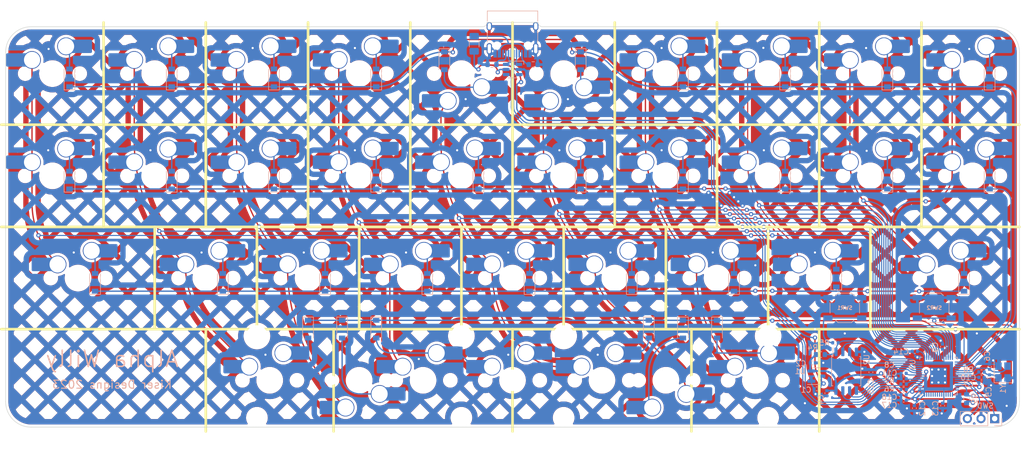
<source format=kicad_pcb>
(kicad_pcb (version 20211014) (generator pcbnew)
  (layers (0 "F.Cu" signal) (31 "B.Cu" signal) (34 "B.Paste" user) (35 "F.Paste" user) (36 "B.SilkS" user "B.Silkscreen") (37 "F.SilkS" user "F.Silkscreen") (38 "B.Mask" user) (39 "F.Mask" user) (44 "Edge.Cuts" user))
  (net 0 "")
  (net 1 "+5V")
  (net 2 "GND")
  (net 3 "+3V3")
  (net 4 "Net-(C5-Pad2)")
  (net 5 "XIN")
  (net 6 "+1V1")
  (net 7 "D-")
  (net 8 "D+")
  (net 9 "QSPI_SS")
  (net 10 "Net-(R5-Pad2)")
  (net 11 "Net-(R6-Pad1)")
  (net 12 "Net-(R7-Pad1)")
  (net 13 "XOUT")
  (net 16 "RUN")
  (net 17 "SWCLK")
  (net 18 "SWDIO")
  (net 19 "QSPI_D1")
  (net 20 "QSPI_D2")
  (net 21 "QSPI_D0")
  (net 22 "QSPI_CLK")
  (net 23 "QSPI_D3")
  (net 24 "COL8")
  (net 25 "ROW2")
  (net 26 "COL7")
  (net 27 "COL3")
  (net 28 "COL2")
  (net 29 "COL1")
  (net 31 "COL0")
  (net 32 "COL4")
  (net 33 "COL5")
  (net 34 "ROW1")
  (net 35 "COL6")
  (net 36 "ROW0")
  (net 37 "COL9")
  (net 40 "ROW3")
  (net 49 "Net-(D11-Pad2)")
  (net 50 "Net-(D12-Pad2)")
  (net 51 "Net-(D13-Pad2)")
  (net 52 "Net-(D14-Pad2)")
  (net 53 "Net-(D15-Pad2)")
  (net 54 "Net-(D16-Pad2)")
  (net 55 "Net-(D17-Pad2)")
  (net 56 "Net-(D18-Pad2)")
  (net 57 "Net-(D19-Pad2)")
  (net 58 "Net-(D20-Pad2)")
  (net 59 "Net-(D21-Pad2)")
  (net 60 "Net-(D22-Pad2)")
  (net 61 "Net-(D23-Pad2)")
  (net 62 "Net-(D24-Pad2)")
  (net 63 "Net-(D25-Pad2)")
  (net 64 "Net-(D26-Pad2)")
  (net 65 "Net-(D27-Pad2)")
  (net 66 "Net-(D28-Pad2)")
  (net 67 "Net-(D29-Pad2)")
  (net 68 "Net-(D5-Pad2)")
  (net 69 "Net-(D6-Pad2)")
  (net 70 "Net-(D30-Pad2)")
  (net 71 "Net-(D31-Pad2)")
  (net 72 "Net-(D32-Pad2)")
  (net 73 "Net-(D33-Pad2)")
  (net 74 "Net-(D34-Pad2)")
  (net 75 "Net-(D35-Pad2)")
  (net 76 "VCC")
  (net 77 "Net-(J1-PadA5)")
  (net 78 "Net-(J1-PadB5)")
  (net 86 "Net-(D1-Pad2)")
  (net 87 "Net-(D2-Pad2)")
  (net 88 "Net-(D3-Pad2)")
  (net 89 "Net-(D4-Pad2)")
  (net 90 "Net-(D7-Pad2)")
  (net 91 "Net-(D8-Pad2)")
  (net 92 "Net-(D9-Pad2)")
  (net 93 "Net-(D10-Pad2)")
  (footprint "marbastlib-mx:STAB_MX_3u" (layer "F.Cu") (at 109.5375 87.3125 180)
    (fp_text reference "S3" hide)
    (fp_text value "MX_stab")
  )
  (footprint "marbastlib-mx:STAB_MX_3u" (layer "F.Cu") (at 166.6875 87.3125 180)
    (fp_text reference "S6" hide)
    (fp_text value "MX_stab")
  )
  (footprint "marbastlib-various:SOT-23-6-routable" (layer "B.Cu") (at 138.1125 29.4 180)
    (fp_text reference "U4" hide)
    (fp_text value "SRV05-4")
  )
  (footprint "Diode_SMD:D_SOD-123" (layer "B.Cu") (at 93.6625 30.95625 90)
    (fp_text reference "D3" hide)
    (fp_text value "D_Small")
  )
  (footprint "Resistor_SMD:R_0603_1608Metric" (layer "B.Cu") (at 134.291019 28.481282)
    (fp_text reference "R1" hide)
    (fp_text value "5.1k")
  )
  (footprint "Diode_SMD:D_SOD-123" (layer "B.Cu") (at 198.4375 68.2625 90)
    (fp_text reference "D28" hide)
    (fp_text value "D_Small")
  )
  (footprint "marbastlib-mx:SW_MX_HS_1u" (layer "B.Cu") (at 147.6375 30.1625)
    (fp_text reference "SW6" hide)
    (fp_text value "MX_SW_HS" hide)
  )
  (footprint "Capacitor_SMD:C_0402_1005Metric" (layer "B.Cu") (at 210.9875 87.01875 180)
    (fp_text reference "C11")
    (fp_text value "100n")
  )
  (footprint "Diode_SMD:D_SOD-123" (layer "B.Cu") (at 179.3875 69.05625 90)
    (fp_text reference "D27" hide)
    (fp_text value "D_Small")
  )
  (footprint "Fuse:Fuse_1206_3216Metric" (layer "B.Cu") (at 130.96875 24.60625 -90)
    (fp_text reference "F1" hide)
    (fp_text value "500mA")
  )
  (footprint "Diode_SMD:D_SOD-123" (layer "B.Cu") (at 74.6125 30.95625 90)
    (fp_text reference "D2" hide)
    (fp_text value "D_Small")
  )
  (footprint "marbastlib-mx:SW_MX_HS_1u" (layer "B.Cu") (at 52.3875 30.1625 180)
    (fp_text reference "SW1" hide)
    (fp_text value "MX_SW_HS" hide)
  )
  (footprint "Diode_SMD:D_SOD-123" (layer "B.Cu") (at 176.2125 77.7875 -90)
    (fp_text reference "D35" hide)
    (fp_text value "D_Small")
  )
  (footprint "Diode_SMD:D_SOD-123" (layer "B.Cu") (at 122.2375 69.05625 90)
    (fp_text reference "D24" hide)
    (fp_text value "D_Small")
  )
  (footprint "marbastlib-mx:SW_MX_HS_1u" (layer "B.Cu") (at 204.7875 30.1625 180)
    (fp_text reference "SW9" hide)
    (fp_text value "MX_SW_HS" hide)
  )
  (footprint "marbastlib-mx:SW_MX_HS_1u" (layer "B.Cu") (at 147.6375 49.2125 180)
    (fp_text reference "SW16" hide)
    (fp_text value "MX_SW_HS" hide)
  )
  (footprint "Capacitor_SMD:C_0402_1005Metric" (layer "B.Cu") (at 196.6875 89.71875 -90)
    (fp_text reference "C4")
    (fp_text value "100n")
  )
  (footprint "marbastlib-mx:SW_MX_HS_1u" (layer "B.Cu") (at 157.1625 68.2625 180)
    (fp_text reference "SW26" hide)
    (fp_text value "MX_SW_HS" hide)
  )
  (footprint "Diode_SMD:D_SOD-123" (layer "B.Cu") (at 207.9625 30.95625 90)
    (fp_text reference "D9" hide)
    (fp_text value "D_Small")
  )
  (footprint "Resistor_SMD:R_0603_1608Metric" (layer "B.Cu") (at 195.4875 82.51875)
    (fp_text reference "R4")
    (fp_text value "-10k")
  )
  (footprint "Diode_SMD:D_SOD-123" (layer "B.Cu") (at 112.7125 30.95625 90)
    (fp_text reference "D4" hide)
    (fp_text value "D_Small")
  )
  (footprint "Package_TO_SOT_SMD:SOT-23" (layer "B.Cu") (at 194.734795 86.534478)
    (fp_text reference "U1")
    (fp_text value "XC6206PxxxMR")
  )
  (footprint "Diode_SMD:D_SOD-123" (layer "B.Cu") (at 163.5125 77.7875 -90)
    (fp_text reference "D33" hide)
    (fp_text value "D_Small")
  )
  (footprint "marbastlib-mx:SW_MX_HS_1u" (layer "B.Cu") (at 128.5875 30.1625)
    (fp_text reference "SW5" hide)
    (fp_text value "MX_SW_HS" hide)
  )
  (footprint "Diode_SMD:D_SOD-123" (layer "B.Cu") (at 74.6125 50.00625 90)
    (fp_text reference "D12" hide)
    (fp_text value "D_Small")
  )
  (footprint "Diode_SMD:D_SOD-123" (layer "B.Cu") (at 169.8625 30.95625 90)
    (fp_text reference "D7" hide)
    (fp_text value "D_Small")
  )
  (footprint "Resistor_SMD:R_0402_1005Metric" (layer "B.Cu") (at 225.498166 85.763956 180)
    (fp_text reference "R8")
    (fp_text value "1k")
  )
  (footprint "Capacitor_SMD:C_0402_1005Metric" (layer "B.Cu") (at 210.9875 91.01875 180)
    (fp_text reference "C17")
    (fp_text value "1u")
  )
  (footprint "Diode_SMD:D_SOD-123" (layer "B.Cu") (at 93.6625 50.00625 90)
    (fp_text reference "D13" hide)
    (fp_text value "D_Small")
  )
  (footprint "Diode_SMD:D_SOD-123" (layer "B.Cu") (at 150.8125 27.78125 -90)
    (fp_text reference "D6" hide)
    (fp_text value "D_Small")
  )
  (footprint "marbastlib-mx:SW_MX_HS_1u" (layer "B.Cu") (at 223.8375 30.1625 180)
    (fp_text reference "SW10" hide)
    (fp_text value "MX_SW_HS" hide)
  )
  (footprint "marbastlib-mx:SW_MX_HS_1u" (layer "B.Cu") (at 119.0625 68.2625 180)
    (fp_text reference "SW24" hide)
    (fp_text value "MX_SW_HS" hide)
  )
  (footprint "marbastlib-mx:SW_MX_HS_1u" (layer "B.Cu") (at 100.0125 68.2625 180)
    (fp_text reference "SW23" hide)
    (fp_text value "MX_SW_HS" hide)
  )
  (footprint "Diode_SMD:D_SOD-123" (layer "B.Cu") (at 188.9125 30.95625 90)
    (fp_text reference "D8" hide)
    (fp_text value "D_Small")
  )
  (footprint "Diode_SMD:D_SOD-123" (layer "B.Cu") (at 84.1375 69.05625 90)
    (fp_text reference "D22" hide)
    (fp_text value "D_Small")
  )
  (footprint "Diode_SMD:D_SOD-123" (layer "B.Cu") (at 103.1875 69.05625 90)
    (fp_text reference "D23" hide)
    (fp_text value "D_Small")
  )
  (footprint "Capacitor_SMD:C_0402_1005Metric" (layer "B.Cu") (at 225.498166 86.770506)
    (fp_text reference "C10")
    (fp_text value "100n")
  )
  (footprint "Diode_SMD:D_SOD-123" (layer "B.Cu") (at 222.25 69.05625 90)
    (fp_text reference "D29" hide)
    (fp_text value "D_Small")
  )
  (footprint "Diode_SMD:D_SOD-123" (layer "B.Cu") (at 188.9125 50.00625 90)
    (fp_text reference "D18" hide)
    (fp_text value "D_Small")
  )
  (footprint "Capacitor_SMD:C_0402_1005Metric" (layer "B.Cu") (at 204.8875 85.81875 90)
    (fp_text reference "C15")
    (fp_text value "10u")
  )
  (footprint "Connector_USB:USB_C_Receptacle_HRO_TYPE-C-31-M-12" (layer "B.Cu") (at 138.1125 22.4)
    (fp_text reference "J1" hide)
    (fp_text value "USB_C_Receptacle_USB2.0")
  )
  (footprint "Diode_SMD:D_SOD-123" (layer "B.Cu") (at 150.8125 50.00625 90)
    (fp_text reference "D16" hide)
    (fp_text value "D_Small")
  )
  (footprint "SnapEDA Library:QFN40P700X700X90-57N" (layer "B.Cu") (at 217.4875 86.51875 -90)
    (fp_text reference "U3")
    (fp_text value "RP2040TR7")
  )
  (footprint "marbastlib-mx:SW_MX_HS_1.25u" (layer "B.Cu") (at 92.86875 87.3125 180)
    (fp_text reference "SW39" hide)
    (fp_text value "MX_SW_HS" hide)
  )
  (footprint "Capacitor_SMD:C_0402_1005Metric" (layer "B.Cu") (at 218.263631 92.039298 -90)
    (fp_text reference "C13")
    (fp_text value "100n")
  )
  (footprint "Diode_SMD:D_SOD-123" (layer "B.Cu") (at 125.4125 27.78125 -90)
    (fp_text reference "D5" hide)
    (fp_text value "D_Small")
  )
  (footprint "Diode_SMD:D_SOD-123" (layer "B.Cu") (at 112.7125 77.7875 -90)
    (fp_text reference "D32" hide)
    (fp_text value "D_Small")
  )
  (footprint "marbastlib-mx:SW_MX_HS_1u" (layer "B.Cu") (at 90.4875 49.2125 180)
    (fp_text reference "SW13" hide)
    (fp_text value "MX_SW_HS" hide)
  )
  (footprint "Capacitor_SMD:C_0402_1005Metric" (layer "B.Cu") (at 194.057911 84.067246)
    (fp_text reference "C2")
    (fp_text value "10u")
  )
  (footprint "marbastlib-mx:SW_MX_HS_1.75u" (layer "B.Cu") (at 121.44375 87.3125 180)
    (fp_text reference "SW40" hide)
    (fp_text value "MX_SW_HS" hide)
  )
  (footprint "Diode_SMD:D_SOD-123" (layer "B.Cu") (at 227.0125 30.95625 90)
    (fp_text reference "D10" hide)
    (fp_text value "D_Small")
  )
  (footprint "marbastlib-mx:SW_MX_HS_1.5u" (layer "B.Cu") (at 57.15 68.2625 180)
    (fp_text reference "SW21" hide)
    (fp_text value "MX_SW_HS" hide)
  )
  (footprint "marbastlib-mx:SW_MX_HS_1u" (layer "B.Cu") (at 166.6875 87.3125)
    (fp_text reference "SW43" hide)
    (fp_text value "MX_SW_HS" hide)
  )
  (footprint "marbastlib-mx:SW_MX_HS_1u" (layer "B.Cu") (at 52.3875 49.2125 180)
    (fp_text reference "SW11" hide)
    (fp_text value "MX_SW_HS" hide)
  )
  (footprint "Resistor_SMD:R_0402_1005Metric" (layer "B.Cu") (at 210.9875 88.01875 180)
    (fp_text reference "R7")
    (fp_text value "27")
  )
  (footprint "marbastlib-mx:SW_MX_HS_1u" (layer "B.Cu") (at 71.4375 30.1625 180)
    (fp_text reference "SW2" hide)
    (fp_text value "MX_SW_HS" hide)
  )
  (footprint "Resistor_SMD:R_0402_1005Metric" (layer "B.Cu") (at 198.2875 80.31875 180)
    (fp_text reference "R5")
    (fp_text value "1k")
  )
  (footprint "Capacitor_SMD:C_0402_1005Metric" (layer "B.Cu") (at 210.9875 86.01875 180)
    (fp_text reference "C8")
    (fp_text value "100n")
  )
  (footprint "marbastlib-mx:SW_MX_HS_1u" (layer "B.Cu") (at 176.2125 68.2625 180)
    (fp_text reference "SW27" hide)
    (fp_text value "MX_SW_HS" hide)
  )
  (footprint "Diode_SMD:D_SOD-123" (layer "B.Cu") (at 55.5625 30.95625 90)
    (fp_text reference "D1" hide)
    (fp_text value "D_Small")
  )
  (footprint "marbastlib-mx:SW_MX_HS_1.5u" (layer "B.Cu") (at 219.075 68.2625 180)
    (fp_text reference "SW29" hide)
    (fp_text value "MX_SW_HS" hide)
  )
  (footprint "Diode_SMD:D_SOD-123" (layer "B.Cu") (at 141.2875 69.05625 90)
    (fp_text reference "D25" hide)
    (fp_text value "D_Small")
  )
  (footprint "marbastlib-mx:SW_MX_HS_1u" (layer "B.Cu") (at 138.1125 68.2625 180)
    (fp_text reference "SW25" hide)
    (fp_text value "MX_SW_HS" hide)
  )
  (footprint "Keebio-Parts:SW_SPST_TL3342" (layer "B.Cu") (at 200.025 73.81875 180)
    (fp_text reference "SWR1")
    (fp_text value "SW_SPST")
  )
  (footprint "Diode_SMD:D_SOD-123" (layer "B.Cu") (at 207.9625 50.00625 90)
    (fp_text reference "D19" hide)
    (fp_text value "D_Small")
  )
  (footprint "marbastlib-mx:SW_MX_HS_1u" (layer "B.Cu") (at 71.4375 49.2125 180)
    (fp_text reference "SW12" hide)
    (fp_text value "MX_SW_HS" hide)
  )
  (footprint "Capacitor_SMD:C_0402_1005Metric" (layer "B.Cu") (at 210.9875 90.01875 180)
    (fp_text reference "C18")
    (fp_text value "1u")
  )
  (footprint "marbastlib-mx:SW_MX_HS_1u" (layer "B.Cu") (at 166.6875 30.1625 180)
    (fp_text reference "SW7" hide)
    (fp_text value "MX_SW_HS" hide)
  )
  (footprint "marbastlib-mx:SW_MX_HS_1u" (layer "B.Cu") (at 204.7875 49.2125 180)
    (fp_text reference "SW19" hide)
    (fp_text value "MX_SW_HS" hide)
  )
  (footprint "Connector_PinHeader_2.54mm:PinHeader_1x03_P2.54mm_Vertical" (layer "B.Cu") (at 227.95 94.45625 90)
    (fp_text reference "SWD2" hide)
    (fp_text value "Conn_01x03_Female")
  )
  (footprint "Resistor_SMD:R_0603_1608Metric" (layer "B.Cu") (at 141.962437 28.481282 180)
    (fp_text reference "R3" hide)
    (fp_text value "5.1k")
  )
  (footprint "Capacitor_SMD:C_0402_1005Metric" (layer "B.Cu") (at 226.998166 86.770506 90)
    (fp_text reference "C5")
    (fp_text value "30p")
  )
  (footprint "Capacitor_SMD:C_0402_1005Metric" (layer "B.Cu") (at 212.9875 92.51875 -90)
    (fp_text reference "C12")
    (fp_text value "100n")
  )
  (footprint "marbastlib-mx:SW_MX_HS_1u" (layer "B.Cu") (at 80.9625 68.2625 180)
    (fp_text reference "SW22" hide)
    (fp_text value "MX_SW_HS" hide)
  )
  (footprint "Diode_SMD:D_SOD-123" (layer "B.Cu") (at 131.7625 50.00625 90)
    (fp_text reference "D15" hide)
    (fp_text value "D_Small")
  )
  (footprint "Diode_SMD:D_SOD-123" (layer "B.Cu") (at 227.0125 50.00625 90)
    (fp_text reference "D20" hide)
    (fp_text value "D_Small")
  )
  (footprint "Diode_SMD:D_SOD-123" (layer "B.Cu") (at 100.0125 77.7875 -90)
    (fp_text reference "D30" hide)
    (fp_text value "D_Small")
  )
  (footprint "marbastlib-mx:SW_MX_HS_1u" (layer "B.Cu") (at 90.4875 30.1625 180)
    (fp_text reference "SW3" hide)
    (fp_text value "MX_SW_HS" hide)
  )
  (footprint "marbastlib-mx:SW_MX_HS_1.25u" (layer "B.Cu") (at 183.35625 87.3125 180)
    (fp_text reference "SW45" hide)
    (fp_text value "MX_SW_HS" hide)
  )
  (footprint "Diode_SMD:D_SOD-123" (layer "B.Cu") (at 106.3625 77.7875 -90)
    (fp_text reference "D31" hide)
    (fp_text value "D_Small")
  )
  (footprint "Capacitor_SMD:C_0402_1005Metric" (layer "B.Cu") (at 218.227444 81.05668 90)
    (fp_text reference "C9")
    (fp_text value "100n")
  )
  (footprint "Capacitor_SMD:C_0402_1005Metric" (layer "B.Cu") (at 213.0875 81.91875 180)
    (fp_text reference "C14")
    (fp_text value "100n")
  )
  (footprint "marbastlib-mx:SW_MX_HS_1u" (layer "B.Cu") (at 185.7375 49.2125 180)
    (fp_text reference "SW18" hide)
    (fp_text value "MX_SW_HS" hide)
  )
  (footprint "Package_SO:SOIC-8_5.23x5.23mm_P1.27mm" (layer "B.Cu") (at 200.2875 85.61875 -90)
    (fp_text reference "U2")
    (fp_text value "W25Q128JVS")
  )
  (footprint "Resistor_SMD:R_0402_1005Metric" (layer "B.Cu") (at 210.9875 89.01875 180)
    (fp_text reference "R6")
    (fp_text value "27")
  )
  (footprint "marbastlib-mx:SW_MX_HS_1u" (layer "B.Cu") (at 195.2625 68.2625 180)
    (fp_text reference "SW28" hide)
    (fp_text value "MX_SW_HS" hide)
  )
  (footprint "Keebio-Parts:SW_SPST_TL3342" (layer "B.Cu") (at 216.69375 73.81875 180)
    (fp_text reference "SWR2")
    (fp_text value "SW_SPST")
  )
  (footprint "marbastlib-mx:SW_MX_HS_1u" (layer "B.Cu") (at 185.7375 30.1625 180)
    (fp_text reference "SW8" hide)
    (fp_text value "MX_SW_HS" hide)
  )
  (footprint "Capacitor_SMD:C_0402_1005Metric" (layer "B.Cu") (at 225.498166 87.770506)
    (fp_text reference "C7")
    (fp_text value "100n")
  )
  (footprint "Diode_SMD:D_SOD-123" (layer "B.Cu") (at 55.5625 50.00625 90)
    (fp_text reference "D11" hide)
    (fp_text value "D_Small")
  )
  (footprint "Diode_SMD:D_SOD-123" (layer "B.Cu") (at 112.7125 50.00625 90)
    (fp_text reference "D14" hide)
    (fp_text value "D_Small")
  )
  (footprint "marbastlib-mx:SW_MX_HS_1u" (layer "B.Cu") (at 109.5375 49.2125 180)
    (fp_text reference "SW14" hide)
    (fp_text value "MX_SW_HS" hide)
  )
  (footprint "Capacitor_SMD:C_0402_1005Metric" (layer "B.Cu") (at 194.7825 88.9 180)
    (fp_text reference "C1")
    (fp_text value "10u")
  )
  (footprint "marbastlib-mx:SW_MX_HS_1u" (layer "B.Cu") (at 223.8375 49.2125 180)
    (fp_text reference "SW20" hide)
    (fp_text value "MX_SW_HS" hide)
  )
  (footprint "marbastlib-mx:SW_MX_HS_1.75u" (layer "B.Cu") (at 154.78125 87.3125 180)
    (fp_text reference "SW44" hide)
    (fp_text value "MX_SW_HS" hide)
  )
  (footprint "Capacitor_SMD:C_0402_1005Metric" (layer "B.Cu") (at 226.998166 84.790506 90)
    (fp_text reference "C6")
    (fp_text value "30p")
  )
  (footprint "marbastlib-mx:SW_MX_HS_1u" (layer "B.Cu") (at 128.5875 49.2125 180)
    (fp_text reference "SW15" hide)
    (fp_text value "MX_SW_HS" hide)
  )
  (footprint "Resistor_SMD:R_0603_1608Metric" (layer "B.Cu") (at 222.724696 90.739256 90)
    (fp_text reference "R9")
    (fp_text value "5.1k")
  )
  (footprint "Diode_SMD:D_SOD-123" (layer "B.Cu") (at 169.8625 50.00625 90)
    (fp_text reference "D17" hide)
    (fp_text value "D_Small")
  )
  (footprint "Diode_SMD:D_SOD-123" (layer "B.Cu") (at 60.325 69.05625 90)
    (fp_text reference "D21" hide)
    (fp_text value "D_Small")
  )
  (footprint "marbastlib-mx:SW_MX_HS_1u" (layer "B.Cu") (at 109.5375 30.1625 180)
    (fp_text reference "SW4" hide)
    (fp_text value "MX_SW_HS" hide)
  )
  (footprint "marbastlib-mx:SW_MX_HS_1u" (layer "B.Cu") (at 138.1125 87.3125 180)
    (fp_text reference "SW42" hide)
    (fp_text value "MX_SW_HS" hide)
  )
  (footprint "Crystal:Crystal_SMD_3225-4Pin_3.2x2.5mm" (layer "B.Cu") (at 229.498166 85.770506 90)
    (fp_text reference "Y1")
    (fp_text value "Crystal_GND24_Small")
  )
  (footprint "marbastlib-mx:SW_MX_HS_1u" (layer "B.Cu") (at 109.5375 87.3125)
    (fp_text reference "SW41" hide)
    (fp_text value "MX_SW_HS" hide)
  )
  (footprint "marbastlib-mx:SW_MX_HS_1u" (layer "B.Cu") (at 166.6875 49.2125 180)
    (fp_text reference "SW17" hide)
    (fp_text value "MX_SW_HS" hide)
  )
  (footprint "Diode_SMD:D_SOD-123" (layer "B.Cu") (at 169.8625 77.7875 -90)
    (fp_text reference "D34" hide)
    (fp_text value "D_Small")
  )
  (footprint "Diode_SMD:D_SOD-123" (layer "B.Cu") (at 160.3375 69.05625 90)
    (fp_text reference "D26" hide)
    (fp_text value "D_Small")
  )
  (gr_line (start 147.6375 77.7875) (end 147.6375 58.7375) (layer "F.SilkS") (width 0.5))
  (gr_line (start 176.2125 58.7375) (end 176.2125 20.6375) (layer "F.SilkS") (width 0.5))
  (gr_line (start 42.8625 77.7875) (end 232.56875 77.7875) (layer "F.SilkS") (width 0.5))
  (gr_line (start 185.7375 77.7875) (end 185.7375 58.7375) (layer "F.SilkS") (width 0.5))
  (gr_line (start 195.2625 58.7375) (end 195.2625 20.6375) (layer "F.SilkS") (width 0.5))
  (gr_line (start 157.1625 58.7375) (end 157.1625 20.6375) (layer "F.SilkS") (width 0.5))
  (gr_line (start 166.6875 77.7875) (end 166.6875 58.7375) (layer "F.SilkS") (width 0.5))
  (gr_line (start 119.0625 58.7375) (end 119.0625 20.6375) (layer "F.SilkS") (width 0.5))
  (gr_line (start 171.45 96.8375) (end 171.45 77.7875) (layer "F.SilkS") (width 0.5))
  (gr_line (start 109.5375 77.7875) (end 109.5375 58.7375) (layer "F.SilkS") (width 0.5))
  (gr_line (start 80.9625 96.8375) (end 80.9625 77.7875) (layer "F.SilkS") (width 0.5))
  (gr_line (start 90.4875 77.7875) (end 90.4875 58.7375) (layer "F.SilkS") (width 0.5))
  (gr_line (start 61.9125 58.7375) (end 61.9125 20.6375) (layer "F.SilkS") (width 0.5))
  (gr_line (start 104.775 96.8375) (end 104.775 77.7875) (layer "F.SilkS") (width 0.5))
  (gr_line (start 128.5875 77.7875) (end 128.5875 58.7375) (layer "F.SilkS") (width 0.5))
  (gr_line (start 42.8625 39.6875) (end 232.56875 39.6875) (layer "F.SilkS") (width 0.5))
  (gr_line (start 214.3125 58.7375) (end 214.3125 20.6375) (layer "F.SilkS") (width 0.5))
  (gr_line (start 71.4375 77.7875) (end 71.4375 58.7375) (layer "F.SilkS") (width 0.5))
  (gr_line (start 138.1125 58.7375) (end 138.1125 20.6375) (layer "F.SilkS") (width 0.5))
  (gr_line (start 42.8625 58.7375) (end 232.56875 58.7375) (layer "F.SilkS") (width 0.5))
  (gr_line (start 138.1125 96.8375) (end 138.1125 77.7875) (layer "F.SilkS") (width 0.5))
  (gr_line (start 80.9625 58.7375) (end 80.9625 20.6375) (layer "F.SilkS") (width 0.5))
  (gr_line (start 204.7875 77.7875) (end 204.7875 58.7375) (layer "F.SilkS") (width 0.5))
  (gr_line (start 100.0125 58.7375) (end 100.0125 20.6375) (layer "F.SilkS") (width 0.5))
  (gr_line (start 195.2625 96.8375) (end 195.2625 77.7875) (layer "F.SilkS") (width 0.5))
  (gr_line (start 142.875 20.6375) (end 133.35 20.6375) (layer "Edge.Cuts") (width 0.1))
  (gr_line (start 232.56875 26.19375) (end 232.56875 91.28125) (layer "Edge.Cuts") (width 0.1))
  (gr_arc (start 43.65625 26.19375) (mid 45.051154 22.826154) (end 48.41875 21.43125) (layer "Edge.Cuts") (width 0.1))
  (gr_arc (start 143.66875 21.43125) (mid 143.107484 21.198766) (end 142.875 20.6375) (layer "Edge.Cuts") (width 0.1))
  (gr_arc (start 133.35 20.6375) (mid 133.117516 21.198766) (end 132.55625 21.43125) (layer "Edge.Cuts") (width 0.1))
  (gr_arc (start 227.80625 21.43125) (mid 231.173846 22.826154) (end 232.56875 26.19375) (layer "Edge.Cuts") (width 0.1))
  (gr_line (start 132.55625 21.43125) (end 48.41875 21.43125) (layer "Edge.Cuts") (width 0.1))
  (gr_arc (start 48.41875 96.04375) (mid 45.051154 94.648846) (end 43.65625 91.28125) (layer "Edge.Cuts") (width 0.1))
  (gr_arc (start 232.56875 91.28125) (mid 231.173846 94.648846) (end 227.80625 96.04375) (layer "Edge.Cuts") (width 0.1))
  (gr_line (start 227.80625 96.04375) (end 48.41875 96.04375) (layer "Edge.Cuts") (width 0.1))
  (gr_line (start 43.65625 91.28125) (end 43.65625 26.19375) (layer "Edge.Cuts") (width 0.1))
  (gr_line (start 227.80625 21.43125) (end 143.66875 21.43125) (layer "Edge.Cuts") (width 0.1))
  (gr_text "Alpha Willy" (at 63.5 83.34375) (layer "B.SilkS") (effects (font (size 3 3) (thickness 0.3)) (justify mirror)))
  (gr_text "SWD" (at 226.21875 92.075) (layer "B.SilkS") (effects (font (size 1 1)) (justify mirror)))
  (gr_text "Kiser Designs 2023" (at 63.5 88.10625) (layer "B.SilkS") (effects (font (size 1.5 1.5) (thickness 0.2)) (justify mirror)))
  (segment (start 134.033152 28.575) (end 136.525 28.575) (width 0.25) (layer "F.Cu") (net 1))
  (segment (start 132.55625 28.575) (end 134.033152 28.575) (width 0.25) (layer "F.Cu") (net 1))
  (segment (start 194.46875 84.045927) (end 194.46875 79.375) (width 0.25) (layer "F.Cu") (net 1))
  (via (at 194.46875 79.375) (size 0.8) (drill 0.4) (layers "F.Cu" "B.Cu") (net 1))
  (via (at 139.7 31.75) (size 0.8) (drill 0.4) (layers "F.Cu" "B.Cu") (net 1))
  (via (at 135.368378 29.910226) (size 0.8) (drill 0.4) (layers "F.Cu" "B.Cu") (net 1))
  (via (at 196.073226 87.919474) (size 0.8) (drill 0.4) (layers "F.Cu" "B.Cu") (net 1))
  (via (at 131.7625 29.36875) (size 0.8) (drill 0.4) (layers "F.Cu" "B.Cu") (net 1))
  (arc (start 131.7625 29.36875) (mid 131.994984 28.807484) (end 132.55625 28.575) (width 0.25) (layer "F.Cu") (net 1))
  (arc (start 136.525 28.575) (mid 138.770064 29.504936) (end 139.7 31.75) (width 0.25) (layer "F.Cu") (net 1))
  (arc (start 196.073226 87.919474) (mid 194.885739 86.142276) (end 194.46875 84.045927) (width 0.25) (layer "F.Cu") (net 1))
  (arc (start 134.033152 28.575) (mid 134.977299 28.966079) (end 135.368378 29.910226) (width 0.25) (layer "F.Cu") (net 1))
  (segment (start 195.672295 87.910668) (end 195.672295 86.534478) (width 0.25) (layer "B.Cu") (net 1))
  (segment (start 195.672295 87.910668) (end 196.051967 87.910668) (width 0.25) (layer "B.Cu") (net 1))
  (segment (start 184.965241 60.048103) (end 176.71171 51.794572) (width 0.25) (layer "B.Cu") (net 1))
  (segment (start 176.2125 50.589373) (end 176.2125 42.8625) (width 0.25) (layer "B.Cu") (net 1))
  (segment (start 138.90625 36.5125) (end 138.90625 32.54375) (width 0.25) (layer "B.Cu") (net 1))
  (segment (start 191.484457 78.138865) (end 186.103443 72.757851) (width 0.25) (layer "B.Cu") (net 1))
  (segment (start 175.461462 41.049334) (end 174.287062 39.874934) (width 0.25) (layer "B.Cu") (net 1))
  (segment (start 185.7375 71.874387) (end 185.7375 61.9125) (width 0.25) (layer "B.Cu") (net 1))
  (segment (start 130.96875 26.00625) (end 130.96875 28.575) (width 0.25) (layer "B.Cu") (net 1))
  (segment (start 171.918275 38.89375) (end 141.402575 38.89375) (width 0.25) (layer "B.Cu") (net 1))
  (segment (start 135.878604 29.4) (end 136.9375 29.4) (width 0.25) (layer "B.Cu") (net 1))
  (segment (start 140.457433 38.502259) (end 139.21637 37.261196) (width 0.25) (layer "B.Cu") (net 1))
  (arc (start 196.051967 87.910668) (mid 196.063472 87.912957) (end 196.073226 87.919474) (width 0.25) (layer "B.Cu") (net 1))
  (arc (start 186.103443 72.757851) (mid 185.832606 72.352514) (end 185.7375 71.874387) (width 0.25) (layer "B.Cu") (net 1))
  (arc (start 174.287062 39.874934) (mid 173.200253 39.148752) (end 171.918275 38.89375) (width 0.25) (layer "B.Cu") (net 1))
  (arc (start 139.21637 37.261196) (mid 138.986848 36.917691) (end 138.90625 36.5125) (width 0.25) (layer "B.Cu") (net 1))
  (arc (start 176.71171 51.794572) (mid 176.342241 51.241622) (end 176.2125 50.589373) (width 0.25) (layer "B.Cu") (net 1))
  (arc (start 194.46875 79.375) (mid 192.853662 79.053739) (end 191.484457 78.138865) (width 0.25) (layer "B.Cu") (net 1))
  (arc (start 176.2125 42.8625) (mid 176.017312 41.881222) (end 175.461462 41.049334) (width 0.25) (layer "B.Cu") (net 1))
  (arc (start 185.7375 61.9125) (mid 185.536796 60.903496) (end 184.965241 60.048103) (width 0.25) (layer "B.Cu") (net 1))
  (arc (start 130.96875 28.575) (mid 131.201234 29.136266) (end 131.7625 29.36875) (width 0.25) (layer "B.Cu") (net 1))
  (arc (start 138.90625 32.54375) (mid 139.138734 31.982484) (end 139.7 31.75) (width 0.25) (layer "B.Cu") (net 1))
  (arc (start 141.402575 38.89375) (mid 140.891068 38.792005) (end 140.457433 38.502259) (width 0.25) (layer "B.Cu") (net 1))
  (arc (start 135.368378 29.910226) (mid 135.51782 29.549442) (end 135.878604 29.4) (width 0.25) (layer "B.Cu") (net 1))
  (arc (start 195.2625 88.9) (mid 195.565793 88.446091) (end 195.672295 87.910668) (width 0.25) (layer "B.Cu") (net 1))
  (segment (start 196.12344 83.948817) (end 196.017031 84.055227) (width 0.25) (layer "F.Cu") (net 2))
  (via (at 182.5625 83.34375) (size 0.8) (drill 0.4) (layers "F.Cu" "B.Cu") (net 2))
  (via (at 194.568089 89.868034) (size 0.8) (drill 0.4) (layers "F.Cu" "B.Cu") (net 2))
  (via (at 203.99375 25.4) (size 0.8) (drill 0.4) (layers "F.Cu" "B.Cu") (net 2))
  (via (at 70.64375 44.45) (size 0.8) (drill 0.4) (layers "F.Cu" "B.Cu") (net 2))
  (via (at 108.74375 44.45) (size 0.8) (drill 0.4) (layers "F.Cu" "B.Cu") (net 2))
  (via (at 118.26875 63.5) (size 0.8) (drill 0.4) (layers "F.Cu" "B.Cu") (net 2))
  (via (at 179.3875 53.18125) (size 0.8) (drill 0.4) (layers "F.Cu" "B.Cu") (net 2))
  (via (at 89.69375 44.45) (size 0.8) (drill 0.4) (layers "F.Cu" "B.Cu") (net 2))
  (via (at 153.9875 82.55) (size 0.8) (drill 0.4) (layers "F.Cu" "B.Cu") (net 2))
  (via (at 216.69375 73.81875) (size 0.8) (drill 0.4) (layers "F.Cu" "B.Cu") (net 2))
  (via (at 129.38125 34.925) (size 0.8) (drill 0.4) (layers "F.Cu" "B.Cu") (net 2))
  (via (at 175.41875 53.18125) (size 0.8) (drill 0.4) (layers "F.Cu" "B.Cu") (net 2))
  (via (at 194.46875 63.5) (size 0.8) (drill 0.4) (layers "F.Cu" "B.Cu") (net 2))
  (via (at 70.9163 25.577669) (size 0.8) (drill 0.4) (layers "F.Cu" "B.Cu") (net 2))
  (via (at 192.595635 91.5841) (size 0.8) (drill 0.4) (layers "F.Cu" "B.Cu") (net 2))
  (via (at 137.31875 82.55) (size 0.8) (drill 0.4) (layers "F.Cu" "B.Cu") (net 2))
  (via (at 196.017031 84.055227) (size 0.8) (drill 0.4) (layers "F.Cu" "B.Cu") (net 2))
  (via (at 175.41875 63.5) (size 0.8) (drill 0.4) (layers "F.Cu" "B.Cu") (net 2))
  (via (at 120.65 83.34375) (size 0.8) (drill 0.4) (layers "F.Cu" "B.Cu") (net 2))
  (via (at 180.18125 53.975) (size 0.8) (drill 0.4) (layers "F.Cu" "B.Cu") (net 2))
  (via (at 203.674696 82.008006) (size 0.8) (drill 0.4) (layers "F.Cu" "B.Cu") (net 2))
  (via (at 227.679781 83.596687) (size 0.8) (drill 0.4) (layers "F.Cu" "B.Cu") (net 2))
  (via (at 211.597518 92.54021) (size 0.8) (drill 0.4) (layers "F.Cu" "B.Cu") (net 2))
  (via (at 180.975 54.76875) (size 0.8) (drill 0.4) (layers "F.Cu" "B.Cu") (net 2))
  (via (at 218.6875 87.71875) (size 0.8) (drill 0.4) (layers "F.Cu" "B.Cu") (net 2))
  (via (at 200.025 73.81875) (size 0.8) (drill 0.4) (layers "F.Cu" "B.Cu") (net 2))
  (via (at 216.2875 86.51875) (size 0.8) (drill 0.4) (layers "F.Cu" "B.Cu") (net 2))
  (via (at 218.6875 86.51875) (size 0.8) (drill 0.4) (layers "F.Cu" "B.Cu") (net 2))
  (via (at 218.6875 85.31875) (size 0.8) (drill 0.4) (layers "F.Cu" "B.Cu") (net 2))
  (via (at 177.00625 54.76875) (size 0.8) (drill 0.4) (layers "F.Cu" "B.Cu") (net 2))
  (via (at 209.536085 86.843929) (size 0.8) (drill 0.4) (layers "F.Cu" "B.Cu") (net 2))
  (via (at 224.63125 78.58125) (size 0.8) (drill 0.4) (layers "F.Cu" "B.Cu") (net 2))
  (via (at 217.4875 85.31875) (size 0.8) (drill 0.4) (layers "F.Cu" "B.Cu") (net 2))
  (via (at 216.2875 85.31875) (size 0.8) (drill 0.4) (layers "F.Cu" "B.Cu") (net 2))
  (via (at 218.0875 93.487252) (size 0.8) (drill 0.4) (layers "F.Cu" "B.Cu") (net 2))
  (via (at 156.36875 63.5) (size 0.8) (drill 0.4) (layers "F.Cu" "B.Cu") (net 2))
  (via (at 223.076972 44.419837) (size 0.8) (drill 0.4) (layers "F.Cu" "B.Cu") (net 2))
  (via (at 227.278289 88.250727) (size 0.8) (drill 0.4) (layers "F.Cu" "B.Cu") (net 2))
  (via (at 80.16875 63.5) (size 0.8) (drill 0.4) (layers "F.Cu" "B.Cu") (net 2))
  (via (at 148.43125 34.925) (size 0.8) (drill 0.4) (layers "F.Cu" "B.Cu") (net 2))
  (via (at 217.8875 79.91875) (size 0.8) (drill 0.4) (layers "F.Cu" "B.Cu") (net 2))
  (via (at 108.74375 25.4) (size 0.8) (drill 0.4) (layers "F.Cu" "B.Cu") (net 2))
  (via (at 178.59375 52.3875) (size 0.8) (drill 0.4) (layers "F.Cu" "B.Cu") (net 2))
  (via (at 183.35625 65.88125) (size 0.8) (drill 0.4) (layers "F.Cu" "B.Cu") (net 2))
  (via (at 51.667467 25.577669) (size 0.8) (drill 0.4) (layers "F.Cu" "B.Cu") (net 2))
  (via (at 176.2125 53.975) (size 0.8) (drill 0.4) (layers "F.Cu" "B.Cu") (net 2))
  (via (at 89.69375 25.4) (size 0.8) (drill 0.4) (layers "F.Cu" "B.Cu") (net 2))
  (via (at 174.625 52.3875) (size 0.8) (drill 0.4) (layers "F.Cu" "B.Cu") (net 2))
  (via (at 165.89375 25.4) (size 0.8) (drill 0.4) (layers "F.Cu" "B.Cu") (net 2))
  (via (at 56.35625 63.5) (size 0.8) (drill 0.4) (layers "F.Cu" "B.Cu") (net 2))
  (via (at 230.1875 92.075) (size 0.8) (drill 0.4) (layers "F.Cu" "B.Cu") (net 2))
  (via (at 213.551623 83.008004) (size 0.8) (drill 0.4) (layers "F.Cu" "B.Cu") (net 2))
  (via (at 217.4875 87.71875) (size 0.8) (drill 0.4) (layers "F.Cu" "B.Cu") (net 2))
  (via (at 127.79375 44.45) (size 0.8) (drill 0.4) (layers "F.Cu" "B.Cu") (net 2))
  (via (at 200.025 78.58125) (size 0.8) (drill 0.4) (layers "F.Cu" "B.Cu") (net 2))
  (via (at 137.31875 63.5) (size 0.8) (drill 0.4) (layers "F.Cu" "B.Cu") (net 2))
  (via (at 216.2875 87.71875) (size 0.8) (drill 0.4) (layers "F.Cu" "B.Cu") (net 2))
  (via (at 92.075 82.55) (size 0.8) (drill 0.4) (layers "F.Cu" "B.Cu") (net 2))
  (via (at 184.850415 25.374336) (size 0.8) (drill 0.4) (layers "F.Cu" "B.Cu") (net 2))
  (via (at 184.94375 44.45) (size 0.8) (drill 0.4) (layers "F.Cu" "B.Cu") (net 2))
  (via (at 165.89375 44.45) (size 0.8) (drill 0.4) (layers "F.Cu" "B.Cu") (net 2))
  (via (at 204.099249 44.555392) (size 0.8) (drill 0.4) (layers "F.Cu" "B.Cu") (net 2))
  (via (at 146.84375 44.45) (size 0.8) (drill 0.4) (layers "F.Cu" "B.Cu") (net 2))
  (via (at 99.21875 63.5) (size 0.8) (drill 0.4) (layers "F.Cu" "B.Cu") (net 2))
  (via (at 203.289788 85.151788) (size 0.8) (drill 0.4) (layers "F.Cu" "B.Cu") (net 2))
  (via (at 223.212527 25.577669) (size 0.8) (drill 0.4) (layers "F.Cu" "B.Cu") (net 2))
  (via (at 194.46875 77.7875) (size 0.8) (drill 0.4) (layers "F.Cu" "B.Cu") (net 2))
  (via (at 51.59375 44.45) (size 0.8) (drill 0.4) (layers "F.Cu" "B.Cu") (net 2))
  (segment (start 194.3025 88.9) (end 194.3025 89.226846) (width 0.25) (layer "B.Cu") (net 2))
  (segment (start 225.978166 87.770506) (end 226.362335 88.154675) (width 0.2) (layer "B.Cu") (net 2))
  (segment (start 226.998166 87.250506) (end 227.675115 87.927455) (width 0.2) (layer "B.Cu") (net 2))
  (segment (start 218.364301 80.395551) (end 218.364301 80.544955) (width 0.2) (layer "B.Cu") (net 2))
  (segment (start 228.4875 88.263956) (end 230.029794 88.263956) (width 0.2) (layer "B.Cu") (net 2))
  (segment (start 142.787437 28.481282) (end 142.787437 27.869937) (width 0.25) (layer "B.Cu") (net 2))
  (segment (start 218.0875 93.487252) (end 218.38465 93.487252) (width 0.2) (layer "B.Cu") (net 2))
  (segment (start 133.7925 21.35) (end 142.4325 21.35) (width 0.25) (layer "B.Cu") (net 2))
  (segment (start 202.1925 82.01875) (end 203.648758 82.01875) (width 0.25) (layer "B.Cu") (net 2))
  (segment (start 210.5075 86.01875) (end 210.5075 87.01875) (width 0.2) (layer "B.Cu") (net 2))
  (segment (start 196.875 71.91875) (end 203.175 71.91875) (width 0.2) (layer "B.Cu") (net 2))
  (segment (start 201.533146 85.151788) (end 203.289788 85.151788) (width 0.25) (layer "B.Cu") (net 2))
  (segment (start 194.537911 84.067246) (end 195.988015 84.067246) (width 0.25) (layer "B.Cu") (net 2))
  (segment (start 227.278289 87.926782) (end 227.278289 88.250727) (width 0.2) (layer "B.Cu") (net 2))
  (segment (start 213.54375 71.91875) (end 219.84375 71.91875) (width 0.2) (layer "B.Cu") (net 2))
  (segment (start 212.9875 92.99875) (end 212.704531 92.99875) (width 0.2) (layer "B.Cu") (net 2))
  (segment (start 228.573613 84.490519) (end 227.679781 83.596687) (width 0.25) (layer "B.Cu") (net 2))
  (segment (start 227.77905 84.310506) (end 226.998166 84.310506) (width 0.25) (layer "B.Cu") (net 2))
  (segment (start 220.9225 85.51875) (end 223.059522 85.51875) (width 0.2) (layer "B.Cu") (net 2))
  (segment (start 134.8625 26.445) (end 134.7075 26.445) (width 0.25) (layer "B.Cu") (net 2))
  (segment (start 212.710123 82.166504) (end 213.551623 83.008004) (width 0.2) (layer "B.Cu") (net 2))
  (segment (start 226.998166 84.310506) (end 226.094734 84.310506) (width 0.2) (layer "B.Cu") (net 2))
  (segment (start 199.16074 86.080554) (end 199.290908 86.080554) (width 0.25) (layer "B.Cu") (net 2))
  (segment (start 230.348166 86.870506) (end 230.348166 87.945584) (width 0.2) (layer "B.Cu") (net 2))
  (segment (start 218.263631 92.519298) (end 218.263631 93.311121) (width 0.2) (layer "B.Cu") (net 2))
  (segment (start 219.84375 71.91875) (end 218.59375 71.91875) (width 0.2) (layer "B.Cu") (net 2))
  (segment (start 210.5075 90.01875) (end 210.5075 91.01875) (width 0.2) (layer "B.Cu") (net 2))
  (segment (start 210.812576 91.755267) (end 211.597518 92.54021) (width 0.2) (layer "B.Cu") (net 2))
  (segment (start 226.362335 88.154675) (end 227.046399 88.154675) (width 0.2) (layer "B.Cu") (net 2))
  (segment (start 141.3625 26.445) (end 141.5175 26.445) (width 0.25) (layer "B.Cu") (net 2))
  (segment (start 225.154529 84.270506) (end 225.998166 84.270506) (width 0.2) (layer "B.Cu") (net 2))
  (segment (start 142.4325 25.53) (end 142.4325 21.35) (width 0.25) (layer "B.Cu") (net 2))
  (segment (start 204.436134 85.151788) (end 203.289788 85.151788) (width 0.25) (layer "B.Cu") (net 2))
  (segment (start 223.852023 85.190486) (end 224.501514 84.540993) (width 0.2) (layer "B.Cu") (net 2))
  (segment (start 228.648166 84.670506) (end 228.648166 84.358084) (width 0.25) (layer "B.Cu") (net 2))
  (segment (start 133.466019 28.481282) (end 133.466019 27.841481) (width 0.25) (layer "B.Cu") (net 2))
  (segment (start 225.978166 86.770506) (end 225.978166 87.770506) (width 0.2) (layer "B.Cu") (net 2))
  (segment (start 231.4875 83.91875) (end 231.4875 86.31875) (width 0.25) (layer "B.Cu") (net 2))
  (segment (start 230.8875 86.91875) (end 230.39641 86.91875) (width 0.25) (layer "B.Cu") (net 2))
  (segment (start 227.020938 84.255531) (end 227.679781 83.596687) (width 0.2) (layer "B.Cu") (net 2))
  (segment (start 210.5075 87.01875) (end 209.95814 87.01875) (width 0.2) (layer "B.Cu") (net 2))
  (segment (start 197.488386 84.676136) (end 198.703344 85.891094) (width 0.25) (layer "B.Cu") (net 2))
  (segment (start 229.4875 83.51875) (end 231.0875 83.51875) (width 0.25) (layer "B.Cu") (net 2))
  (segment (start 196.875 71.91875) (end 198.125 71.91875) (width 0.2) (layer "B.Cu") (net 2))
  (arc (start 194.3025 89.226846) (mid 194.371525 89.573854) (end 194.568089 89.868034) (width 0.25) (layer "B.Cu") (net 2))
  (arc (start 142.787437 27.869937) (mid 142.370083 26.862354) (end 141.3625 26.445) (width 0.25) (layer "B.Cu") (net 2))
  (arc (start 212.6075 81.91875) (mid 212.634171 82.052833) (end 212.710123 82.166504) (width 0.2) (layer "B.Cu") (net 2))
  (arc (start 141.5175 26.445) (mid 142.164503 26.177003) (end 142.4325 25.53) (width 0.25) (layer "B.Cu") (net 2))
  (arc (start 218.38465 93.487252) (mid 218.386759 93.484095) (end 218.3875 93.480372) (width 0.2) (layer "B.Cu") (net 2))
  (arc (start 228.648166 84.358084) (mid 228.894001 83.764585) (end 229.4875 83.51875) (width 0.25) (layer "B.Cu") (net 2))
  (arc (start 218.263631 93.311121) (mid 218.212043 93.435664) (end 218.0875 93.487252) (width 0.2) (layer "B.Cu") (net 2))
  (arc (start 199.290908 86.080554) (mid 199.769958 85.985265) (end 200.176076 85.713905) (width 0.25) (layer "B.Cu") (net 2))
  (arc (start 218.59375 71.91875) (mid 217.250247 72.475247) (end 216.69375 73.81875) (width 0.2) (layer "B.Cu") (net 2))
  (arc (start 228.648166 84.670506) (mid 228.62879 84.573098) (end 228.573613 84.490519) (width 0.25) (layer "B.Cu") (net 2))
  (arc (start 203.648758 82.01875) (mid 203.662796 82.015957) (end 203.674696 82.008006) (width 0.25) (layer "B.Cu") (net 2))
  (arc (start 195.988015 84.067246) (mid 196.003718 84.064122) (end 196.017031 84.055227) (width 0.25) (layer "B.Cu") (net 2))
  (arc (start 204.8875 85.33875) (mid 204.680412 85.200377) (end 204.436134 85.151788) (width 0.25) (layer "B.Cu") (net 2))
  (arc (start 210.5075 91.01875) (mid 210.586787 91.41735) (end 210.812576 91.755267) (width 0.2) (layer "B.Cu") (net 2))
  (arc (start 195.988165 84.054724) (mid 196.800079 84.216224) (end 197.488386 84.676136) (width 0.25) (layer "B.Cu") (net 2))
  (arc (start 223.059522 85.51875) (mid 223.48842 85.433437) (end 223.852023 85.190486) (width 0.2) (layer "B.Cu") (net 2))
  (arc (start 217.8875 79.91875) (mid 218.224649 80.058402) (end 218.364301 80.395551) (width 0.2) (layer "B.Cu") (net 2))
  (arc (start 231.0875 83.51875) (mid 231.370343 83.635907) (end 231.4875 83.91875) (width 0.25) (layer "B.Cu") (net 2))
  (arc (start 134.7075 26.445) (mid 134.060497 26.177003) (end 133.7925 25.53) (width 0.25) (layer "B.Cu") (net 2))
  (arc (start 133.466019 27.841481) (mid 133.875039 26.85402) (end 134.8625 26.445) (width 0.25) (layer "B.Cu") (net 2))
  (arc (start 225.154529 84.270506) (mid 224.80112 84.340803) (end 224.501514 84.540993) (width 0.2) (layer "B.Cu") (net 2))
  (arc (start 198.125 71.91875) (mid 199.468503 72.475247) (end 200.025 73.81875) (width 0.2) (layer "B.Cu") (net 2))
  (arc (start 198.703344 85.891094) (mid 198.913199 86.031315) (end 199.16074 86.080554) (width 0.25) (layer "B.Cu") (net 2))
  (arc (start 227.046399 88.154675) (mid 227.171897 88.179638) (end 227.278289 88.250727) (width 0.2) (layer "B.Cu") (net 2))
  (arc (start 227.675115 87.927455) (mid 228.04784 88.176502) (end 228.4875 88.263956) (width 0.2) (layer "B.Cu") (net 2))
  (arc (start 231.4875 86.31875) (mid 231.311764 86.743014) (end 230.8875 86.91875) (width 0.25) (layer "B.Cu") (net 2))
  (arc (start 226.998166 87.250506) (mid 227.205487 87.560784) (end 227.278289 87.926782) (width 0.2) (layer "B.Cu") (net 2))
  (arc (start 226.094734 84.310506) (mid 226.042472 84.30011) (end 225.998166 84.270506) (width 0.2) (layer "B.Cu") (net 2))
  (arc (start 228.648166 84.670506) (mid 228.249413 84.404067) (end 227.77905 84.310506) (width 0.25) (layer "B.Cu") (net 2))
  (arc (start 230.029794 88.263956) (mid 230.254917 88.170707) (end 230.348166 87.945584) (width 0.2) (layer "B.Cu") (net 2))
  (arc (start 209.95814 87.01875) (mid 209.729725 86.973316) (end 209.536085 86.843929) (width 0.2) (layer "B.Cu") (net 2))
  (arc (start 212.704531 92.99875) (mid 212.10542 92.879579) (end 211.597518 92.54021) (width 0.2) (layer "B.Cu") (net 2))
  (arc (start 230.39641 86.91875) (mid 230.362296 86.90462) (end 230.348166 86.870506) (width 0.25) (layer "B.Cu") (net 2))
  (arc (start 226.998166 84.310506) (mid 227.004084 84.280754) (end 227.020938 84.255531) (width 0.2) (layer "B.Cu") (net 2))
  (arc (start 193.797295 87.484478) (mid 193.947198 88.23809) (end 194.374085 88.876972) (width 0.25) (layer "B.Cu") (net 2))
  (arc (start 200.176076 85.713905) (mid 200.798705 85.297878) (end 201.533146 85.151788) (width 0.25) (layer "B.Cu") (net 2))
  (segment (start 213.0875 90.81875) (end 222.254817 90.81875) (width 0.35) (layer "F.Cu") (net 3))
  (segment (start 206.7875 86.01875) (end 210.526839 89.758089) (width 0.35) (layer "F.Cu") (net 3))
  (via (at 223.89218 91.496968) (size 0.8) (drill 0.4) (layers "F.Cu" "B.Cu") (net 3))
  (via (at 206.7875 86.01875) (size 0.8) (drill 0.4) (layers "F.Cu" "B.Cu") (net 3))
  (via (at 213.0875 90.81875) (size 0.8) (drill 0.4) (layers "F.Cu" "B.Cu") (net 3))
  (arc (start 222.254817 90.81875) (mid 223.140951 90.995013) (end 223.89218 91.496968) (width 0.35) (layer "F.Cu") (net 3))
  (arc (start 210.526839 89.758089) (mid 211.701679 90.543093) (end 213.0875 90.81875) (width 0.35) (layer "F.Cu") (net 3))
  (segment (start 219.6875 86.71875) (end 219.6875 84.31875) (width 0.2) (layer "B.Cu") (net 3))
  (segment (start 215.2875 86.71875) (end 215.2875 88.71875) (width 0.2) (layer "B.Cu") (net 3))
  (segment (start 219.8875 83.91875) (end 219.8875 89.11875) (width 0.25) (layer "B.Cu") (net 3))
  (segment (start 213.455 91.38625) (end 213.118315 91.722935) (width 0.2) (layer "B.Cu") (net 3))
  (segment (start 218.4875 83.91875) (end 218.4875 84.31875) (width 0.2) (layer "B.Cu") (net 3))
  (segment (start 214.0525 89.11875) (end 214.8875 89.11875) (width 0.2) (layer "B.Cu") (net 3))
  (segment (start 214.8875 86.71875) (end 214.9875 86.71875) (width 0.2) (layer "B.Cu") (net 3))
  (segment (start 214.8875 89.11875) (end 215.0875 88.91875) (width 0.2) (layer "B.Cu") (net 3))
  (segment (start 219.8875 89.11875) (end 219.7875 89.11875) (width 0.2) (layer "B.Cu") (net 3))
  (segment (start 214.0525 89.11875) (end 212.636869 90.534381) (width 0.2) (layer "B.Cu") (net 3))
  (segment (start 214.8875 89.11875) (end 215.0875 89.11875) (width 0.2) (layer "B.Cu") (net 3))
  (segment (start 214.8875 89.95375) (end 214.0525 89.11875) (width 0.2) (layer "B.Cu") (net 3))
  (segment (start 218.4875 83.91875) (end 214.8875 83.91875) (width 0.2) (layer "B.Cu") (net 3))
  (segment (start 214.8875 88.61875) (end 214.8875 88.91875) (width 0.2) (layer "B.Cu") (net 3))
  (segment (start 215.2875 88.71875) (end 218.4875 88.71875) (width 0.2) (layer "B.Cu") (net 3))
  (segment (start 214.8875 88.91875) (end 214.8875 89.11875) (width 0.2) (layer "B.Cu") (net 3))
  (segment (start 198.3825 87.896628) (end 198.3825 89.21875) (width 0.35) (layer "B.Cu") (net 3))
  (segment (start 198.3825 89.21875) (end 198.3625 89.23875) (width 0.35) (layer "B.Cu") (net 3))
  (segment (start 194.563333 82.572286) (end 193.816366 83.319253) (width 0.35) (layer "B.Cu") (net 3))
  (segment (start 213.25821 90.748039) (end 215.0875 88.91875) (width 0.35) (layer "B.Cu") (net 3))
  (segment (start 218.4875 89.95375) (end 218.4875 89.11875) (width 0.2) (layer "B.Cu") (net 3))
  (segment (start 219.6875 84.31875) (end 220.0875 83.91875) (width 0.2) (layer "B.Cu") (net 3))
  (segment (start 214.0525 87.11875) (end 214.8875 87.11875) (width 0.2) (layer "B.Cu") (net 3))
  (segment (start 214.8875 84.31875) (end 214.8875 84.01875) (width 0.2) (layer "B.Cu") (net 3))
  (segment (start 214.9875 86.71875) (end 215.2875 86.71875) (width 0.2) (layer "B.Cu") (net 3))
  (segment (start 214.0525 88.71875) (end 214.8875 88.71875) (width 0.2) (layer "B.Cu") (net 3))
  (segment (start 218.4875 89.11875) (end 218.4875 88.71875) (width 0.2) (layer "B.Cu") (net 3))
  (segment (start 220.0875 86.71875) (end 220.0875 84.11875) (width 0.2) (layer "B.Cu") (net 3))
  (segment (start 218.4875 89.11875) (end 219.7875 89.11875) (width 0.2) (layer "B.Cu") (net 3))
  (segment (start 193.577911 84.067246) (end 193.577911 85.054839) (width 0.35) (layer "B.Cu") (net 3))
  (segment (start 218.4875 84.31875) (end 214.8875 84.31875) (width 0.2) (layer "B.Cu") (net 3))
  (segment (start 220.0875 89.11875) (end 220.0875 88.91875) (width 0.2) (layer "B.Cu") (net 3))
  (segment (start 214.8875 86.71875) (end 214.8875 87.11875) (width 0.2) (layer "B.Cu") (net 3))
  (segment (start 215.0875 89.11875) (end 215.0875 86.81875) (width 0.25) (layer "B.Cu") (net 3))
  (segment (start 214.8875 88.71875) (end 214.8875 88.61875) (width 0.2) (layer "B.Cu") (net 3))
  (segment (start 214.0525 87.11875) (end 212.8875 87.11875) (width 0.2) (layer "B.Cu") (net 3))
  (segment (start 214.0525 86.71875) (end 214.8875 86.71875) (width 0.2) (layer "B.Cu") (net 3))
  (segment (start 215.0875 86.81875) (end 214.9875 86.71875) (width 0.2) (layer "B.Cu") (net 3))
  (segment (start 220.0875 84.11875) (end 220.0875 83.91875) (width 0.2) (layer "B.Cu") (net 3))
  (segment (start 212.8875 87.11875) (end 211.708921 87.11875) (width 0.2) (layer "B.Cu") (net 3))
  (segment (start 213.7225 81.91875) (end 213.5675 81.91875) (width 0.2) (layer "B.Cu") (net 3))
  (segment (start 219.6875 88.71875) (end 219.6875 86.71875) (width 0.2) (layer "B.Cu") (net 3))
  (segment (start 213.0875 90.81875) (end 213.313578 91.044828) (width 0.35) (layer "B.Cu") (net 3))
  (segment (start 213.0875 90.81875) (end 212.920696 90.651946) (width 0.35) (layer "B.Cu") (net 3))
  (segment (start 214.8875 89.95375) (end 213.455 91.38625) (width 0.2) (layer "B.Cu") (net 3))
  (segment (start 220.0875 86.71875) (end 219.6875 86.71875) (width 0.2) (layer "B.Cu") (net 3))
  (segment (start 220.0875 88.91875) (end 220.0875 86.71875) (width 0.2) (layer "B.Cu") (net 3))
  (segment (start 220.0875 88.91875) (end 214.8875 88.91875) (width 0.25) (layer "B.Cu") (net 3))
  (segment (start 220.0875 86.71875) (end 224.893216 86.71875) (width 0.2) (layer "B.Cu") (net 3))
  (segment (start 214.8875 89.95375) (end 214.8875 89.11875) (width 0.2) (layer "B.Cu") (net 3))
  (segment (start 220.0875 83.91875) (end 219.8875 83.91875) (width 0.2) (layer "B.Cu") (net 3))
  (segment (start 193.577911 83.894934) (end 193.577911 84.067246) (width 0.35) (layer "B.Cu") (net 3))
  (segment (start 204.8875 86.29875) (end 202.698525 86.29875) (width 0.35) (layer "B.Cu") (net 3))
  (segment (start 218.4875 83.08375) (end 218.4875 81.49875) (width 0.2) (layer "B.Cu") (net 3))
  (segment (start 218.4875 83.08375) (end 218.4875 83.91875) (width 0.2) (layer "B.Cu") (net 3))
  (segment (start 218.4875 88.71875) (end 219.6875 88.71875) (width 0.2) (layer "B.Cu") (net 3))
  (segment (start 214.8875 87.11875) (end 214.8875 88.61875) (width 0.2) (layer "B.Cu") (net 3))
  (segment (start 214.0525 88.71875) (end 214.0525 89.11875) (width 0.2) (layer "B.Cu") (net 3))
  (segment (start 219.8875 83.91875) (end 218.4875 83.91875) (width 0.2) (layer "B.Cu") (net 3))
  (segment (start 214.8875 84.11875) (end 220.0875 84.11875) (width 0.25) (layer "B.Cu") (net 3))
  (segment (start 214.8875 83.91875) (end 214.8875 83.08375) (width 0.2) (layer "B.Cu") (net 3))
  (segment (start 218.4875 91.53875) (end 218.4875 89.95375) (width 0.2) (layer "B.Cu") (net 3))
  (segment (start 198.3625 89.23875) (end 196.6875 89.23875) (width 0.35) (layer "B.Cu") (net 3))
  (segment (start 193.797295 85.584478) (end 196.183884 85.584478) (width 0.35) (layer "B.Cu") (net 3))
  (segment (start 215.0875 88.91875) (end 215.2875 88.71875) (width 0.2) (layer "B.Cu") (net 3))
  (segment (start 214.8875 84.01875) (end 214.8875 83.91875) (width 0.2) (layer "B.Cu") (net 3))
  (segment (start 215.0875 89.11875) (end 218.4875 89.11875) (width 0.2) (layer "B.Cu") (net 3))
  (segment (start 219.7875 89.11875) (end 220.0875 89.11875) (width 0.2) (layer "B.Cu") (net 3))
  (segment (start 223.294151 91.249256) (end 222.724696 91.249256) (width 0.35) (layer "B.Cu") (net 3))
  (segment (start 219.6875 84.31875) (end 218.4875 84.31875) (width 0.2) (layer "B.Cu") (net 3))
  (segment (start 214.8875 84.01875) (end 214.8875 84.11875) (width 0.2) (layer "B.Cu") (net 3))
  (segment (start 204.8875 86.29875) (end 206.111521 86.29875) (width 0.35) (layer "B.Cu") (net 3))
  (segment (start 220.0875 89.11875) (end 219.6875 88.71875) (width 0.2) (layer "B.Cu") (net 3))
  (arc (start 211.708921 87.11875) (mid 211.578265 87.092761) (end 211.4675 87.01875) (width 0.2) (layer "B.Cu") (net 3))
  (arc (start 223.89218 91.496968) (mid 223.617802 91.313634) (end 223.294151 91.249256) (width 0.35) (layer "B.Cu") (net 3))
  (arc (start 212.920696 90.651946) (mid 212.790475 90.564935) (end 212.636869 90.534381) (width 0.35) (layer "B.Cu") (net 3))
  (arc (start 213.0875 90.81875) (mid 213.179888 90.800373) (end 213.25821 90.748039) (width 0.35) (layer "B.Cu") (net 3))
  (arc (start 198.3825 88.896506) (mid 198.487756 88.367349) (end 198.7875 87.91875) (width 0.35) (layer "B.Cu") (net 3))
  (arc (start 193.816366 83.319253) (mid 193.639883 83.583377) (end 193.577911 83.894934) (width 0.35) (layer "B.Cu") (net 3))
  (arc (start 214.8875 83.08375) (mid 214.546279 82.259971) (end 213.7225 81.91875) (width 0.2) (layer "B.Cu") (net 3))
  (arc (start 213.853185 86.71875) (mid 213.330561 86.822706) (end 212.8875 87.11875) (width 0.2) (layer "B.Cu") (net 3))
  (arc (start 213.313578 91.044828) (mid 213.418245 91.201473) (end 213.455 91.38625) (width 0.35) (layer "B.Cu") (net 3))
  (arc (start 196.155018 85.583975) (mid 196.984391 85.748948) (end 197.6875 86.21875) (width 0.35) (layer "B.Cu") (net 3))
  (arc (start 224.893216 86.71875) (mid 224.960838 86.732201) (end 225.018166 86.770506) (width 0.2) (layer "B.Cu") (net 3))
  (arc (start 212.636869 90.534381) (mid 212.100358 90.892866) (end 211.4675 91.01875) (width 0.2) (layer "B.Cu") (net 3))
  (arc (start 206.111521 86.29875) (mid 206.477358 86.225981) (end 206.7875 86.01875) (width 0.35) (layer "B.Cu") (net 3))
  (arc (start 202.698525 86.29875) (mid 200.581894 86.719774) (end 198.7875 87.91875) (width 0.35) (layer "B.Cu") (net 3))
  (arc (start 213.118315 91.722935) (mid 213.021498 91.867831) (end 212.9875 92.03875) (width 0.2) (layer "B.Cu") (net 3))
  (arc (start 197.6875 86.21875) (mid 198.201876 86.988567) (end 198.3825 87.896628) (width 0.35) (layer "B.Cu") (net 3))
  (arc (start 194.691366 82.519253) (mid 194.622075 82.533036) (end 194.563333 82.572286) (width 0.35) (layer "B.Cu") (net 3))
  (arc (start 193.577911 85.054839) (mid 193.634927 85.341477) (end 193.797295 85.584478) (width 0.35) (layer "B.Cu") (net 3))
  (segment (start 227.247923 86.290506) (end 226.998166 86.290506) (width 0.25) (layer "B.Cu") (net 4))
  (segment (start 226.207008 85.962797) (end 226.008166 85.763956) (width 0.25) (layer "B.Cu") (net 4))
  (arc (start 226.998166 86.290506) (mid 226.569994 86.205337) (end 226.207008 85.962797) (width 0.25) (layer "B.Cu") (net 4))
  (arc (start 228.648166 86.870506) (mid 228.005729 86.441243) (end 227.247923 86.290506) (width 0.25) (layer "B.Cu") (net 4))
  (segment (start 224.005944 85.636977) (end 224.431509 85.211412) (width 0.2) (layer "B.Cu") (net 5))
  (segment (start 228.9875 85.763956) (end 228.189459 85.763956) (width 0.25) (layer "B.Cu") (net 5))
  (segment (start 230.183563 85.067893) (end 229.841054 85.410402) (width 0.25) (layer "B.Cu") (net 5))
  (segment (start 224.7875 85.063956) (end 226.499511 85.063956) (width 0.2) (layer "B.Cu") (net 5))
  (segment (start 220.9225 85.91875) (end 223.325684 85.91875) (width 0.2) (layer "B.Cu") (net 5))
  (arc (start 223.325684 85.91875) (mid 223.693838 85.84552) (end 224.005944 85.636977) (width 0.2) (layer "B.Cu") (net 5))
  (arc (start 226.499511 85.063956) (mid 226.769382 85.117637) (end 226.998166 85.270506) (width 0.2) (layer "B.Cu") (net 5))
  (arc (start 229.841054 85.410402) (mid 229.44944 85.67207) (end 228.9875 85.763956) (width 0.25) (layer "B.Cu") (net 5))
  (arc (start 230.348166 84.670506) (mid 230.305387 84.88557) (end 230.183563 85.067893) (width 0.25) (layer "B.Cu") (net 5))
  (arc (start 228.189459 85.763956) (mid 227.544736 85.635713) (end 226.998166 85.270506) (width 0.25) (layer "B.Cu") (net 5))
  (arc (start 224.431509 85.211412) (mid 224.594839 85.102279) (end 224.7875 85.063956) (width 0.2) (layer "B.Cu") (net 5))
  (segment (start 214.409683 87.596568) (end 212.5875 89.41875) (width 0.35) (layer "F.Cu") (net 6))
  (segment (start 212.5875 89.41875) (end 219.280394 89.41875) (width 0.35) (layer "F.Cu") (net 6))
  (segment (start 221.936028 88.31875) (end 224.495521 88.31875) (width 0.35) (layer "F.Cu") (net 6))
  (via (at 212.5875 89.41875) (size 0.8) (drill 0.4) (layers "F.Cu" "B.Cu") (net 6))
  (via (at 215.1875 85.71875) (size 0.8) (drill 0.4) (layers "F.Cu" "B.Cu") (net 6))
  (via (at 225.0875 88.563956) (size 0.8) (drill 0.4) (layers "F.Cu" "B.Cu") (net 6))
  (arc (start 215.1875 85.71875) (mid 214.985352 86.735018) (end 214.409683 87.596568) (width 0.35) (layer "F.Cu") (net 6))
  (arc (start 224.495521 88.31875) (mid 224.815897 88.382477) (end 225.0875 88.563956) (width 0.35) (layer "F.Cu") (net 6))
  (arc (start 220.4875 88.91875) (mid 221.152091 88.474684) (end 221.936028 88.31875) (width 0.35) (layer "F.Cu") (net 6))
  (arc (start 219.280394 89.41875) (mid 219.933675 89.288804) (end 220.4875 88.91875) (width 0.35) (layer "F.Cu") (net 6))
  (segment (start 212.0375 89.41875) (end 212.5875 89.41875) (width 0.2) (layer "B.Cu") (net 6))
  (segment (start 212.9875 88.51875) (end 212.0375 89.46875) (width 0.2) (layer "B.Cu") (net 6))
  (segment (start 212.0375 89.46875) (end 211.501642 90.004608) (width 0.2) (layer "B.Cu") (net 6))
  (segment (start 212.0375 89.46875) (end 212.0375 89.41875) (width 0.2) (layer "B.Cu") (net 6))
  (segment (start 215.1875 86.31875) (end 215.1875 85.71875) (width 0.2) (layer "B.Cu") (net 6))
  (segment (start 214.0525 86.31875) (end 212.191764 86.31875) (width 0.2) (layer "B.Cu") (net 6))
  (segment (start 214.0525 88.31875) (end 213.470342 88.31875) (width 0.2) (layer "B.Cu") (net 6))
  (segment (start 220.9225 87.11875) (end 223.956166 87.11875) (width 0.2) (layer "B.Cu") (net 6))
  (segment (start 224.409685 87.306604) (end 224.771354 87.668273) (width 0.2) (layer "B.Cu") (net 6))
  (segment (start 225.018166 87.770506) (end 225.018166 88.396569) (width 0.2) (layer "B.Cu") (net 6))
  (segment (start 214.0525 86.31875) (end 215.1875 86.31875) (width 0.2) (layer "B.Cu") (net 6))
  (arc (start 225.018166 88.396569) (mid 225.036186 88.487158) (end 225.0875 88.563956) (width 0.2) (layer "B.Cu") (net 6))
  (arc (start 213.470342 88.31875) (mid 213.20903 88.370728) (end 212.9875 88.51875) (width 0.2) (layer "B.Cu") (net 6))
  (arc (start 212.191764 86.31875) (mid 211.799796 86.240783) (end 211.4675 86.01875) (width 0.2) (layer "B.Cu") (net 6))
  (arc (start 223.956166 87.11875) (mid 224.201608 87.167572) (end 224.409685 87.306604) (width 0.2) (layer "B.Cu") (net 6))
  (arc (start 224.771354 87.668273) (mid 224.884592 87.743936) (end 225.018166 87.770506) (width 0.2) (layer "B.Cu") (net 6))
  (segment (start 207.409127 88.74375) (end 209.813592 88.74375) (width 0.2) (layer "B.Cu") (net 7))
  (segment (start 137.3625 26.445) (end 137.3625 27.25625) (width 0.2) (layer "B.Cu") (net 7))
  (segment (start 175.19375 42.990377) (end 175.19375 50.651416) (width 0.2) (layer "B.Cu") (net 7))
  (segment (start 137.8875 28.00625) (end 137.8875 36.363916) (width 0.2) (layer "B.Cu") (net 7))
  (segment (start 184.71875 62.040377) (end 184.71875 71.734876) (width 0.2) (layer "B.Cu") (net 7))
  (segment (start 192.933936 90.064636) (end 193.980817 91.111517) (width 0.2) (layer "B.Cu") (net 7))
  (segment (start 173.530086 40.498286) (end 174.607963 41.576163) (width 0.2) (layer "B.Cu") (net 7))
  (segment (start 185.450983 73.502643) (end 191.615916 79.667576) (width 0.2) (layer "B.Cu") (net 7))
  (segment (start 175.925983 52.419183) (end 184.132963 60.626163) (width 0.2) (layer "B.Cu") (net 7))
  (segment (start 138.619733 38.131683) (end 139.668317 39.180267) (width 0.2) (layer "B.Cu") (net 7))
  (segment (start 204.212933 91.111517) (end 205.994913 89.329537) (width 0.2) (layer "B.Cu") (net 7))
  (segment (start 195.748584 91.84375) (end 202.445166 91.84375) (width 0.2) (layer "B.Cu") (net 7))
  (segment (start 138.3625 27.30625) (end 138.3625 26.445) (width 0.2) (layer "B.Cu") (net 7))
  (segment (start 192.201703 81.08179) (end 192.201703 88.296869) (width 0.2) (layer "B.Cu") (net 7))
  (segment (start 141.436084 39.9125) (end 172.115873 39.9125) (width 0.2) (layer "B.Cu") (net 7))
  (segment (start 136.9375 28.45) (end 137.023277 28.364223) (width 0.2) (layer "B.Cu") (net 7))
  (segment (start 137.8875 27.78125) (end 137.8875 28.00625) (width 0.2) (layer "B.Cu") (net 7))
  (arc (start 209.813592 88.74375) (mid 210.172897 88.81522) (end 210.4775 89.01875) (width 0.2) (layer "B.Cu") (net 7))
  (arc (start 172.115873 39.9125) (mid 172.88124 40.064741) (end 173.530086 40.498286) (width 0.2) (layer "B.Cu") (net 7))
  (arc (start 192.201703 88.296869) (mid 192.392004 89.253578) (end 192.933936 90.064636) (width 0.2) (layer "B.Cu") (net 7))
  (arc (start 202.445166 91.84375) (mid 203.401875 91.653449) (end 204.212933 91.111517) (width 0.2) (layer "B.Cu") (net 7))
  (arc (start 193.980817 91.111517) (mid 194.791875 91.653449) (end 195.748584 91.84375) (width 0.2) (layer "B.Cu") (net 7))
  (arc (start 191.615916 79.667576) (mid 192.049462 80.316423) (end 192.201703 81.08179) (width 0.2) (layer "B.Cu") (net 7))
  (arc (start 205.994913 89.329537) (mid 206.64376 88.895991) (end 207.409127 88.74375) (width 0.2) (layer "B.Cu") (net 7))
  (arc (start 137.3625 27.25625) (mid 137.516269 27.627481) (end 137.8875 27.78125) (width 0.2) (layer "B.Cu") (net 7))
  (arc (start 174.607963 41.576163) (mid 175.041509 42.22501) (end 175.19375 42.990377) (width 0.2) (layer "B.Cu") (net 7))
  (arc (start 139.668317 39.180267) (mid 140.479375 39.722199) (end 141.436084 39.9125) (width 0.2) (layer "B.Cu") (net 7))
  (arc (start 184.132963 60.626163) (mid 184.566509 61.27501) (end 184.71875 62.040377) (width 0.2) (layer "B.Cu") (net 7))
  (arc (start 175.19375 50.651416) (mid 175.384051 51.608125) (end 175.925983 52.419183) (width 0.2) (layer "B.Cu") (net 7))
  (arc (start 137.023277 28.364223) (mid 137.419786 28.099284) (end 137.8875 28.00625) (width 0.2) (layer "B.Cu") (net 7))
  (arc (start 137.8875 36.363916) (mid 138.077801 37.320625) (end 138.619733 38.131683) (width 0.2) (layer "B.Cu") (net 7))
  (arc (start 184.71875 71.734876) (mid 184.909051 72.691585) (end 185.450983 73.502643) (width 0.2) (layer "B.Cu") (net 7))
  (arc (start 137.8875 27.78125) (mid 138.223376 27.642126) (end 138.3625 27.30625) (width 0.2) (layer "B.Cu") (net 7))
  (segment (start 172.095166 39.4625) (end 141.415377 39.4625) (width 0.2) (layer "B.Cu") (net 8))
  (segment (start 205.662067 89.025983) (end 203.880086 90.807964) (width 0.2) (layer "B.Cu") (net 8))
  (segment (start 191.91947 79.33473) (end 185.754536 73.169796) (width 0.2) (layer "B.Cu") (net 8))
  (segment (start 137.8625 26.445) (end 137.8625 25.648275) (width 0.2) (layer "B.Cu") (net 8))
  (segment (start 138.8625 25.717633) (end 138.8625 26.445) (width 0.2) (layer "B.Cu") (net 8))
  (segment (start 185.16875 71.755583) (end 185.16875 62.061084) (width 0.2) (layer "B.Cu") (net 8))
  (segment (start 138.8625 27.610788) (end 138.8625 28.025) (width 0.2) (layer "B.Cu") (net 8))
  (segment (start 138.8625 26.445) (end 138.8625 27.610788) (width 0.2) (layer "B.Cu") (net 8))
  (segment (start 175.64375 50.672123) (end 175.64375 43.011084) (width 0.2) (layer "B.Cu") (net 8))
  (segment (start 174.911517 41.243317) (end 173.862933 40.194733) (width 0.2) (layer "B.Cu") (net 8))
  (segment (start 184.436517 60.293317) (end 176.229536 52.086336) (width 0.2) (layer "B.Cu") (net 8))
  (segment (start 192.651703 88.317576) (end 192.651703 81.102497) (width 0.2) (layer "B.Cu") (net 8))
  (segment (start 202.465873 91.39375) (end 195.727877 91.39375) (width 0.2) (layer "B.Cu") (net 8))
  (segment (start 209.813592 88.29375) (end 207.429834 88.29375) (width 0.2) (layer "B.Cu") (net 8))
  (segment (start 194.313663 90.807963) (end 193.237489 89.731789) (width 0.2) (layer "B.Cu") (net 8))
  (segment (start 140.001163 38.876713) (end 138.923286 37.798836) (width 0.2) (layer "B.Cu") (net 8))
  (segment (start 138.3375 36.384623) (end 138.3375 28.87825) (width 0.2) (layer "B.Cu") (net 8))
  (arc (start 137.8625 25.648275) (mid 137.998789 25.319243) (end 138.327821 25.182954) (width 0.2) (layer "B.Cu") (net 8))
  (arc (start 193.237489 89.731789) (mid 192.803944 89.082943) (end 192.651703 88.317576) (width 0.2) (layer "B.Cu") (net 8))
  (arc (start 175.64375 43.011084) (mid 175.453449 42.054375) (end 174.911517 41.243317) (width 0.2) (layer "B.Cu") (net 8))
  (arc (start 207.429834 88.29375) (mid 206.473125 88.484051) (end 205.662067 89.025983) (width 0.2) (layer "B.Cu") (net 8))
  (arc (start 176.229536 52.086336) (mid 175.795991 51.43749) (end 175.64375 50.672123) (width 0.2) (layer "B.Cu") (net 8))
  (arc (start 138.327821 25.182954) (mid 138.705896 25.339558) (end 138.8625 25.717633) (width 0.2) (layer "B.Cu") (net 8))
  (arc (start 138.3375 28.87825) (mid 138.473943 28.192305) (end 138.8625 27.610788) (width 0.2) (layer "B.Cu") (net 8))
  (arc (start 203.880086 90.807964) (mid 203.23124 91.241509) (end 202.465873 91.39375) (width 0.2) (layer "B.Cu") (net 8))
  (arc (start 192.651703 81.102497) (mid 192.461402 80.145788) (end 191.91947 79.33473) (width 0.2) (layer "B.Cu") (net 8))
  (arc (start 210.4775 88.01875) (mid 210.172897 88.222279) (end 209.813592 88.29375) (width 0.2) (layer "B.Cu") (net 8))
  (arc (start 173.862933 40.194733) (mid 173.051875 39.652801) (end 172.095166 39.4625) (width 0.2) (layer "B.Cu") (net 8))
  (arc (start 195.727877 91.39375) (mid 194.96251 91.241509) (end 194.313663 90.807963) (width 0.2) (layer "B.Cu") (net 8))
  (arc (start 185.16875 62.061084) (mid 184.978449 61.104375) (end 184.436517 60.293317) (width 0.2) (layer "B.Cu") (net 8))
  (arc (start 138.923286 37.798836) (mid 138.489741 37.14999) (end 138.3375 36.384623) (width 0.2) (layer "B.Cu") (net 8))
  (arc (start 141.415377 39.4625) (mid 140.65001 39.310259) (end 140.001163 38.876713) (width 0.2) (layer "B.Cu") (net 8))
  (arc (start 138.8625 28.025) (mid 138.98698 28.32552) (end 139.2875 28.45) (width 0.2) (layer "B.Cu") (net 8))
  (arc (start 185.754536 73.169796) (mid 185.320991 72.52095) (end 185.16875 71.755583) (width 0.2) (layer "B.Cu") (net 8))
  (segment (start 211.938317 83.31875) (end 208.984556 83.31875) (width 0.2) (layer "B.Cu") (net 9))
  (segment (start 196.3125 82.51875) (end 197.175394 82.51875) (width 0.25) (layer "B.Cu") (net 9))
  (segment (start 202.55142 79.98267) (end 199.969225 79.98267) (width 0.2) (layer "B.Cu") (net 9))
  (segment (start 198.3825 81.699305) (end 198.3825 82.01875) (width 0.2) (layer "B.Cu") (net 9))
  (segment (start 206.0875 82.11875) (end 204.94137 80.97262) (width 0.2) (layer "B.Cu") (net 9))
  (segment (start 214.0525 83.91875) (end 213.386844 83.91875) (width 0.2) (layer "B.Cu") (net 9))
  (arc (start 213.217253 83.848503) (mid 212.630472 83.456428) (end 211.938317 83.31875) (width 0.2) (layer "B.Cu") (net 9))
  (arc (start 197.175394 82.51875) (mid 197.828675 82.388804) (end 198.3825 82.01875) (width 0.25) (layer "B.Cu") (net 9))
  (arc (start 213.386844 83.91875) (mid 213.295062 83.900493) (end 213.217253 83.848503) (width 0.2) (layer "B.Cu") (net 9))
  (arc (start 199.969225 79.98267) (mid 199.397165 80.09646) (end 198.912196 80.420506) (width 0.2) (layer "B.Cu") (net 9))
  (arc (start 208.984556 83.31875) (mid 207.416681 83.00688) (end 206.0875 82.11875) (width 0.2) (layer "B.Cu") (net 9))
  (arc (start 198.912196 80.420506) (mid 198.520164 81.007224) (end 198.3825 81.699305) (width 0.2) (layer "B.Cu") (net 9))
  (arc (start 204.94137 80.97262) (mid 203.844852 80.239949) (end 202.55142 79.98267) (width 0.2) (layer "B.Cu") (net 9))
  (segment (start 203.175 75.71875) (end 196.875 75.71875) (width 0.2) (layer "B.Cu") (net 10))
  (segment (start 196.05625 78.5975) (end 196.05625 76.5375) (width 0.25) (layer "B.Cu") (net 10))
  (arc (start 197.7775 80.31875) (mid 196.560392 79.814608) (end 196.05625 78.5975) (width 0.25) (layer "B.Cu") (net 10))
  (arc (start 196.05625 76.5375) (mid 196.296056 75.958556) (end 196.875 75.71875) (width 0.25) (layer "B.Cu") (net 10))
  (segment (start 214.0525 87.91875) (end 213.273581 87.91875) (width 0.2) (layer "B.Cu") (net 11))
  (segment (start 212.403277 88.279242) (end 211.781339 88.90118) (width 0.2) (layer "B.Cu") (net 11))
  (arc (start 211.781339 88.90118) (mid 211.651113 88.988194) (end 211.4975 89.01875) (width 0.2) (layer "B.Cu") (net 11))
  (arc (start 213.273581 87.91875) (mid 212.802576 88.012439) (end 212.403277 88.279242) (width 0.2) (layer "B.Cu") (net 11))
  (segment (start 214.0525 87.51875) (end 212.704606 87.51875) (width 0.2) (layer "B.Cu") (net 12))
  (arc (start 212.704606 87.51875) (mid 212.051325 87.648696) (end 211.4975 88.01875) (width 0.2) (layer "B.Cu") (net 12))
  (segment (start 224.046079 86.31875) (end 220.9225 86.31875) (width 0.2) (layer "B.Cu") (net 13))
  (segment (start 224.707229 86.044892) (end 224.988166 85.763956) (width 0.2) (layer "B.Cu") (net 13))
  (arc (start 224.046079 86.31875) (mid 224.403891 86.247577) (end 224.707229 86.044892) (width 0.2) (layer "B.Cu") (net 13))
  (segment (start 224.240602 90.4875) (end 230.1875 90.4875) (width 0.2) (layer "F.Cu") (net 16))
  (segment (start 231.775 88.9) (end 231.775 78.58125) (width 0.2) (layer "F.Cu") (net 16))
  (segment (start 230.1875 76.99375) (end 217.4875 76.99375) (width 0.2) (layer "F.Cu") (net 16))
  (via (at 223.975742 90.22264) (size 0.8) (drill 0.4) (layers "F.Cu" "B.Cu") (net 16))
  (via (at 216.69375 76.2) (size 0.8) (drill 0.4) (layers "F.Cu" "B.Cu") (net 16))
  (arc (start 217.4875 76.99375) (mid 216.926234 76.761266) (end 216.69375 76.2) (width 0.2) (layer "F.Cu") (net 16))
  (arc (start 230.1875 90.4875) (mid 231.310032 90.022532) (end 231.775 88.9) (width 0.2) (layer "F.Cu") (net 16))
  (arc (start 223.975742 90.22264) (mid 224.053318 90.409924) (end 224.240602 90.4875) (width 0.2) (layer "F.Cu") (net 16))
  (arc (start 231.775 78.58125) (mid 231.310032 77.458718) (end 230.1875 76.99375) (width 0.2) (layer "F.Cu") (net 16))
  (segment (start 222.724696 90.229256) (end 223.95977 90.229256) (width 0.2) (layer "B.Cu") (net 16))
  (segment (start 214.79375 75.71875) (end 216.2125 75.71875) (width 0.2) (layer "B.Cu") (net 16))
  (segment (start 219.84375 75.71875) (end 214.79375 75.71875) (width 0.2) (layer "B.Cu") (net 16))
  (segment (start 222.724696 89.143189) (end 222.724696 90.229256) (width 0.2) (layer "B.Cu") (net 16))
  (segment (start 214.79375 75.71875) (end 213.54375 75.71875) (width 0.2) (layer "B.Cu") (net 16))
  (segment (start 220.9225 88.31875) (end 221.608524 88.31875) (width 0.2) (layer "B.Cu") (net 16))
  (arc (start 222.543643 88.706089) (mid 222.677642 88.906632) (end 222.724696 89.143189) (width 0.2) (layer "B.Cu") (net 16))
  (arc (start 223.95977 90.229256) (mid 223.968414 90.227536) (end 223.975742 90.22264) (width 0.2) (layer "B.Cu") (net 16))
  (arc (start 216.2125 75.71875) (mid 216.552795 75.859705) (end 216.69375 76.2) (width 0.2) (layer "B.Cu") (net 16))
  (arc (start 221.608524 88.31875) (mid 222.114606 88.419416) (end 222.543643 88.706089) (width 0.2) (layer "B.Cu") (net 16))
  (segment (start 223.388912 87.936004) (end 226.564666 91.111758) (width 0.2) (layer "B.Cu") (net 17))
  (segment (start 220.9225 87.51875) (end 222.381571 87.51875) (width 0.2) (layer "B.Cu") (net 17))
  (arc (start 226.564666 91.111758) (mid 227.589963 92.646224) (end 227.95 94.45625) (width 0.2) (layer "B.Cu") (net 17))
  (arc (start 222.381571 87.51875) (mid 222.92674 87.627191) (end 223.388912 87.936004) (width 0.2) (layer "B.Cu") (net 17))
  (segment (start 220.9225 87.91875) (end 222.289768 87.91875) (width 0.2) (layer "B.Cu") (net 18))
  (segment (start 224.398238 92.928011) (end 222.87 94.45625) (width 0.2) (layer "B.Cu") (net 18))
  (segment (start 223.141548 88.271569) (end 224.492316 89.622337) (width 0.2) (layer "B.Cu") (net 18))
  (arc (start 222.289768 87.91875) (mid 222.750748 88.010445) (end 223.141548 88.271569) (width 0.2) (layer "B.Cu") (net 18))
  (arc (start 225.129905 91.161612) (mid 224.939751 92.11758) (end 224.398238 92.928011) (width 0.2) (layer "B.Cu") (net 18))
  (arc (start 224.492316 89.622337) (mid 224.964201 90.328562) (end 225.129905 91.161612) (width 0.2) (layer "B.Cu") (net 18))
  (segment (start 202.573306 80.404556) (end 200.872738 80.404556) (width 0.2) (layer "B.Cu") (net 19))
  (segment (start 205.8875 82.51875) (end 204.621835 81.253085) (width 0.2) (layer "B.Cu") (net 19))
  (segment (start 211.842539 83.71875) (end 208.784556 83.71875) (width 0.2) (layer "B.Cu") (net 19))
  (segment (start 214.0525 84.31875) (end 213.291066 84.31875) (width 0.2) (layer "B.Cu") (net 19))
  (segment (start 199.6525 81.686137) (end 199.6525 82.01875) (width 0.2) (layer "B.Cu") (net 19))
  (arc (start 208.784556 83.71875) (mid 207.216681 83.40688) (end 205.8875 82.51875) (width 0.2) (layer "B.Cu") (net 19))
  (arc (start 213.291066 84.31875) (mid 213.115461 84.28382) (end 212.966589 84.184347) (width 0.2) (layer "B.Cu") (net 19))
  (arc (start 204.621835 81.253085) (mid 203.681962 80.625081) (end 202.573306 80.404556) (width 0.2) (layer "B.Cu") (net 19))
  (arc (start 200.040571 80.749251) (mid 199.753356 81.179098) (end 199.6525 81.686137) (width 0.2) (layer "B.Cu") (net 19))
  (arc (start 200.872738 80.404556) (mid 200.422373 80.494139) (end 200.040571 80.749251) (width 0.2) (layer "B.Cu") (net 19))
  (arc (start 212.966589 84.184347) (mid 212.450871 83.839754) (end 211.842539 83.71875) (width 0.2) (layer "B.Cu") (net 19))
  (segment (start 211.814719 84.11875) (end 203.0225 84.11875) (width 0.2) (layer "B.Cu") (net 20))
  (segment (start 214.0525 84.71875) (end 213.263246 84.71875) (width 0.2) (layer "B.Cu") (net 20))
  (arc (start 212.678389 84.476494) (mid 212.282135 84.211725) (end 211.814719 84.11875) (width 0.2) (layer "B.Cu") (net 20))
  (arc (start 203.0225 84.11875) (mid 201.537576 83.503674) (end 200.9225 82.01875) (width 0.2) (layer "B.Cu") (net 20))
  (arc (start 213.263246 84.71875) (mid 212.946724 84.65579) (end 212.678389 84.476494) (width 0.2) (layer "B.Cu") (net 20))
  (segment (start 211.803648 84.51875) (end 209.5875 84.51875) (width 0.2) (layer "B.Cu") (net 21))
  (segment (start 214.0525 85.11875) (end 213.252175 85.11875) (width 0.2) (layer "B.Cu") (net 21))
  (segment (start 207.8875 86.21875) (end 207.8875 86.41875) (width 0.2) (layer "B.Cu") (net 21))
  (segment (start 204.72684 88.07941) (end 203.641053 89.165197) (width 0.2) (layer "B.Cu") (net 21))
  (arc (start 212.378346 84.756798) (mid 212.114673 84.580616) (end 211.803648 84.51875) (width 0.2) (layer "B.Cu") (net 21))
  (arc (start 209.5875 84.51875) (mid 208.385418 85.016668) (end 207.8875 86.21875) (width 0.2) (layer "B.Cu") (net 21))
  (arc (start 207.8875 86.41875) (mid 207.711764 86.843014) (end 207.2875 87.01875) (width 0.2) (layer "B.Cu") (net 21))
  (arc (start 213.252175 85.11875) (mid 212.779263 85.024682) (end 212.378346 84.756798) (width 0.2) (layer "B.Cu") (net 21))
  (arc (start 207.2875 87.01875) (mid 205.901681 87.294407) (end 204.72684 88.07941) (width 0.2) (layer "B.Cu") (net 21))
  (arc (start 202.7875 89.51875) (mid 202.514956 89.464538) (end 202.283904 89.310153) (width 0.2) (layer "B.Cu") (net 21))
  (arc (start 203.641053 89.165197) (mid 203.24944 89.426864) (end 202.7875 89.51875) (width 0.2) (layer "B.Cu") (net 21))
  (segment (start 201.670342 90.41875) (end 202.4875 90.41875) (width 0.2) (layer "B.Cu") (net 22))
  (segment (start 209.5875 84.91875) (end 211.786992 84.91875) (width 0.2) (layer "B.Cu") (net 22))
  (segment (start 203.341053 90.065197) (end 205.068261 88.337989) (width 0.2) (layer "B.Cu") (net 22))
  (segment (start 208.2875 86.41875) (end 208.2875 86.21875) (width 0.2) (layer "B.Cu") (net 22))
  (segment (start 213.235519 85.51875) (end 214.0525 85.51875) (width 0.2) (layer "B.Cu") (net 22))
  (arc (start 207.2875 87.41875) (mid 207.994607 87.125857) (end 208.2875 86.41875) (width 0.2) (layer "B.Cu") (net 22))
  (arc (start 212.08225 85.04105) (mid 212.611375 85.3946) (end 213.235519 85.51875) (width 0.2) (layer "B.Cu") (net 22))
  (arc (start 201.1875 90.21875) (mid 201.40903 90.366772) (end 201.670342 90.41875) (width 0.2) (layer "B.Cu") (net 22))
  (arc (start 200.9225 89.578984) (mid 200.991372 89.925224) (end 201.1875 90.21875) (width 0.2) (layer "B.Cu") (net 22))
  (arc (start 208.2875 86.21875) (mid 208.668261 85.299511) (end 209.5875 84.91875) (width 0.2) (layer "B.Cu") (net 22))
  (arc (start 211.786992 84.91875) (mid 211.946785 84.950535) (end 212.08225 85.04105) (width 0.2) (layer "B.Cu") (net 22))
  (arc (start 202.4875 90.41875) (mid 202.94944 90.326864) (end 203.341053 90.065197) (width 0.2) (layer "B.Cu") (net 22))
  (arc (start 205.068261 88.337989) (mid 206.086456 87.657653) (end 207.2875 87.41875) (width 0.2) (layer "B.Cu") (net 22))
  (segment (start 209.5875 85.31875) (end 211.7875 85.31875) (width 0.2) (layer "B.Cu") (net 23))
  (segment (start 200.711764 90.91875) (end 202.4875 90.91875) (width 0.2) (layer "B.Cu") (net 23))
  (segment (start 213.236028 85.91875) (end 214.0525 85.91875) (width 0.2) (layer "B.Cu") (net 23))
  (segment (start 208.6875 86.41875) (end 208.6875 86.21875) (width 0.2) (layer "B.Cu") (net 23))
  (segment (start 203.511765 90.494485) (end 205.409682 88.596568) (width 0.2) (layer "B.Cu") (net 23))
  (arc (start 199.9875 90.61875) (mid 200.319796 90.840783) (end 200.711764 90.91875) (width 0.2) (layer "B.Cu") (net 23))
  (arc (start 199.6525 89.809989) (mid 199.739564 90.247688) (end 199.9875 90.61875) (width 0.2) (layer "B.Cu") (net 23))
  (arc (start 207.2875 87.81875) (mid 208.277449 87.408699) (end 208.6875 86.41875) (width 0.2) (layer "B.Cu") (net 23))
  (arc (start 202.4875 90.91875) (mid 203.041829 90.808486) (end 203.511765 90.494485) (width 0.2) (layer "B.Cu") (net 23))
  (arc (start 211.7875 85.31875) (mid 212.452091 85.762815) (end 213.236028 85.91875) (width 0.2) (layer "B.Cu") (net 23))
  (arc (start 205.409682 88.596568) (mid 206.271231 88.020899) (end 207.2875 87.81875) (width 0.2) (layer "B.Cu") (net 23))
  (arc (start 208.6875 86.21875) (mid 208.951104 85.582354) (end 209.5875 85.31875) (width 0.2) (layer "B.Cu") (net 23))
  (segment (start 204.345096 54.802596) (end 215.265 65.7225) (width 0.25) (layer "F.Cu") (net 24))
  (segment (start 200.9775 27.6225) (end 200.9775 46.6725) (width 0.25) (layer "F.Cu") (net 24))
  (via (at 203.503667 53.835782) (size 0.8) (drill 0.4) (layers "F.Cu" "B.Cu") (net 24))
  (arc (start 200.9775 46.6725) (mid 201.85271 51.072476) (end 204.345096 54.802596) (width 0.25) (layer "F.Cu") (net 24))
  (segment (start 209.6875 77.51875) (end 217.0875 77.51875) (width 0.2) (layer "B.Cu") (net 24))
  (segment (start 203.99375 53.975) (end 203.642885 53.975) (width 0.2) (layer "B.Cu") (net 24))
  (segment (start 219.6875 80.11875) (end 219.6875 83.08375) (width 0.2) (layer "B.Cu") (net 24))
  (segment (start 208.4875 58.46875) (end 208.4875 76.31875) (width 0.2) (layer "B.Cu") (net 24))
  (arc (start 208.4875 76.31875) (mid 208.838972 77.167278) (end 209.6875 77.51875) (width 0.2) (layer "B.Cu") (net 24))
  (arc (start 217.0875 77.51875) (mid 218.925978 78.280272) (end 219.6875 80.11875) (width 0.2) (layer "B.Cu") (net 24))
  (arc (start 203.99375 53.975) (mid 207.171311 55.291189) (end 208.4875 58.46875) (width 0.2) (layer "B.Cu") (net 24))
  (arc (start 203.642885 53.975) (mid 203.544443 53.934224) (end 203.503667 53.835782) (width 0.2) (layer "B.Cu") (net 24))
  (segment (start 213.875 70.70625) (end 204.275 70.70625) (width 0.2) (layer "F.Cu") (net 25))
  (segment (start 183.35625 70.64375) (end 186.53125 70.64375) (width 0.25) (layer "F.Cu") (net 25))
  (via (at 213.8875 70.71875) (size 0.8) (drill 0.4) (layers "F.Cu" "B.Cu") (net 25))
  (via (at 204.275 70.70625) (size 0.8) (drill 0.4) (layers "F.Cu" "B.Cu") (net 25))
  (via (at 183.35625 70.64375) (size 0.8) (drill 0.4) (layers "F.Cu" "B.Cu") (net 25))
  (via (at 186.53125 70.64375) (size 0.8) (drill 0.4) (layers "F.Cu" "B.Cu") (net 25))
  (arc (start 213.8875 70.71875) (mid 213.883839 70.709911) (end 213.875 70.70625) (width 0.2) (layer "F.Cu") (net 25))
  (segment (start 215.2875 83.08375) (end 215.2875 82.51875) (width 0.2) (layer "B.Cu") (net 25))
  (segment (start 198.4375 69.9125) (end 198.4375 70.70625) (width 0.25) (layer "B.Cu") (net 25))
  (segment (start 179.3875 70.70625) (end 183.29375 70.70625) (width 0.25) (layer "B.Cu") (net 25))
  (segment (start 198.4375 70.70625) (end 204.275 70.70625) (width 0.2) (layer "B.Cu") (net 25))
  (segment (start 213.8875 81.11875) (end 209.6875 81.11875) (width 0.2) (layer "B.Cu") (net 25))
  (segment (start 186.59375 70.70625) (end 198.4375 70.70625) (width 0.25) (layer "B.Cu") (net 25))
  (segment (start 204.8875 76.31875) (end 204.8875 71.31875) (width 0.2) (layer "B.Cu") (net 25))
  (segment (start 222.25 70.70625) (end 213.9 70.70625) (width 0.2) (layer "B.Cu") (net 25))
  (segment (start 60.325 70.70625) (end 179.3875 70.70625) (width 0.25) (layer "B.Cu") (net 25))
  (arc (start 183.29375 70.70625) (mid 183.337944 70.687944) (end 183.35625 70.64375) (width 0.25) (layer "B.Cu") (net 25))
  (arc (start 213.9 70.70625) (mid 213.891161 70.709911) (end 213.8875 70.71875) (width 0.2) (layer "B.Cu") (net 25))
  (arc (start 215.2875 82.51875) (mid 214.877449 81.528801) (end 213.8875 81.11875) (width 0.2) (layer "B.Cu") (net 25))
  (arc (start 209.6875 81.11875) (mid 206.293387 79.712863) (end 204.8875 76.31875) (width 0.2) (layer "B.Cu") (net 25))
  (arc (start 186.53125 70.64375) (mid 186.549556 70.687944) (end 186.59375 70.70625) (width 0.25) (layer "B.Cu") (net 25))
  (arc (start 204.275 70.70625) (mid 204.708103 70.885647) (end 204.8875 71.31875) (width 0.2) (layer "B.Cu") (net 25))
  (segment (start 181.9275 46.829315) (end 181.9275 46.6725) (width 0.2) (layer "F.Cu") (net 26))
  (segment (start 181.9275 46.6725) (end 181.9275 27.6225) (width 0.2) (layer "F.Cu") (net 26))
  (segment (start 189.431942 60.844443) (end 186.53125 57.94375) (width 0.2) (layer "F.Cu") (net 26))
  (via (at 184.054795 54.703296) (size 0.8) (drill 0.4) (layers "F.Cu" "B.Cu") (net 26))
  (arc (start 186.53125 57.94375) (mid 183.123975 52.844404) (end 181.9275 46.829315) (width 0.2) (layer "F.Cu") (net 26))
  (arc (start 191.4525 65.7225) (mid 190.927374 63.082514) (end 189.431942 60.844443) (width 0.2) (layer "F.Cu") (net 26))
  (segment (start 219.2875 83.08375) (end 219.2875 80.11875) (width 0.2) (layer "B.Cu") (net 26))
  (segment (start 217.0875 77.91875) (end 209.6875 77.91875) (width 0.2) (layer "B.Cu") (net 26))
  (segment (start 184.15 54.76875) (end 184.084546 54.703296) (width 0.2) (layer "B.Cu") (net 26))
  (segment (start 184.084546 54.703296) (end 184.054795 54.703296) (width 0.2) (layer "B.Cu") (net 26))
  (segment (start 208.0875 76.31875) (end 208.0875 58.8625) (width 0.2) (layer "B.Cu") (net 26))
  (segment (start 203.99375 54.76875) (end 184.15 54.76875) (width 0.2) (layer "B.Cu") (net 26))
  (arc (start 208.0875 58.8625) (mid 206.888468 55.967782) (end 203.99375 54.76875) (width 0.2) (layer "B.Cu") (net 26))
  (arc (start 219.2875 80.11875) (mid 218.643135 78.563115) (end 217.0875 77.91875) (width 0.2) (layer "B.Cu") (net 26))
  (arc (start 209.6875 77.91875) (mid 208.556129 77.450121) (end 208.0875 76.31875) (width 0.2) (layer "B.Cu") (net 26))
  (segment (start 115.2525 65.7225) (end 115.2525 79.023654) (width 0.25) (layer "F.Cu") (net 27))
  (segment (start 105.7275 27.6225) (end 105.7275 42.727116) (width 0.25) (layer "F.Cu") (net 27))
  (segment (start 184.15 57.94375) (end 180.18125 57.94375) (width 0.2) (layer "F.Cu") (net 27))
  (via (at 109.477997 57.884247) (size 0.8) (drill 0.4) (layers "F.Cu" "B.Cu") (net 27))
  (via (at 184.15 57.94375) (size 0.8) (drill 0.4) (layers "F.Cu" "B.Cu") (net 27))
  (via (at 180.18125 57.94375) (size 0.8) (drill 0.4) (layers "F.Cu" "B.Cu") (net 27))
  (arc (start 115.2525 79.023654) (mid 115.871367 82.134907) (end 117.63375 84.7725) (width 0.25) (layer "F.Cu") (net 27))
  (arc (start 105.7275 42.727116) (mid 108.202967 55.172128) (end 115.2525 65.7225) (width 0.25) (layer "F.Cu") (net 27))
  (segment (start 209.6875 79.51875) (end 213.8875 79.51875) (width 0.2) (layer "B.Cu") (net 27))
  (segment (start 216.8875 82.51875) (end 216.8875 83.08375) (width 0.2) (layer "B.Cu") (net 27))
  (segment (start 206.4875 60.4375) (end 206.4875 76.31875) (width 0.2) (layer "B.Cu") (net 27))
  (segment (start 180.18125 57.94375) (end 109.5375 57.94375) (width 0.2) (layer "B.Cu") (net 27))
  (segment (start 109.5375 57.94375) (end 109.477997 57.884247) (width 0.2) (layer "B.Cu") (net 27))
  (segment (start 203.99375 57.94375) (end 184.15 57.94375) (width 0.2) (layer "B.Cu") (net 27))
  (arc (start 203.99375 57.94375) (mid 205.757098 58.674152) (end 206.4875 60.4375) (width 0.2) (layer "B.Cu") (net 27))
  (arc (start 206.4875 76.31875) (mid 207.424758 78.581492) (end 209.6875 79.51875) (width 0.2) (layer "B.Cu") (net 27))
  (arc (start 213.8875 79.51875) (mid 216.00882 80.39743) (end 216.8875 82.51875) (width 0.2) (layer "B.Cu") (net 27))
  (segment (start 184.94375 58.7375) (end 180.975 58.7375) (width 0.2) (layer "F.Cu") (net 28))
  (segment (start 96.2025 65.7225) (end 96.2025 66.331065) (width 0.25) (layer "F.Cu") (net 28))
  (segment (start 86.6775 27.6225) (end 86.6775 42.727116) (width 0.25) (layer "F.Cu") (net 28))
  (via (at 184.94375 58.7375) (size 0.8) (drill 0.4) (layers "F.Cu" "B.Cu") (net 28))
  (via (at 90.88258 58.707748) (size 0.8) (drill 0.4) (layers "F.Cu" "B.Cu") (net 28))
  (via (at 180.975 58.7375) (size 0.8) (drill 0.4) (layers "F.Cu" "B.Cu") (net 28))
  (arc (start 86.6775 42.727116) (mid 89.152967 55.172128) (end 96.2025 65.7225) (width 0.25) (layer "F.Cu") (net 28))
  (arc (start 96.2025 66.331065) (mid 99.008029 80.435412) (end 106.9975 92.3925) (width 0.25) (layer "F.Cu") (net 28))
  (segment (start 209.6875 79.91875) (end 213.8875 79.91875) (width 0.2) (layer "B.Cu") (net 28))
  (segment (start 180.975 58.7375) (end 90.912332 58.7375) (width 0.2) (layer "B.Cu") (net 28))
  (segment (start 90.912332 58.7375) (end 90.88258 58.707748) (width 0.2) (layer "B.Cu") (net 28))
  (segment (start 206.0875 60.83125) (end 206.0875 76.31875) (width 0.2) (layer "B.Cu") (net 28))
  (segment (start 216.4875 82.51875) (end 216.4875 83.08375) (width 0.2) (layer "B.Cu") (net 28))
  (segment (start 203.99375 58.7375) (end 184.94375 58.7375) (width 0.2) (layer "B.Cu") (net 28))
  (arc (start 206.0875 76.31875) (mid 207.141916 78.864334) (end 209.6875 79.91875) (width 0.2) (layer "B.Cu") (net 28))
  (arc (start 203.99375 58.7375) (mid 205.474255 59.350745) (end 206.0875 60.83125) (width 0.2) (layer "B.Cu") (net 28))
  (arc (start 213.8875 79.91875) (mid 215.725978 80.680272) (end 216.4875 82.51875) (width 0.2) (layer "B.Cu") (net 28))
  (segment (start 67.6275 27.6225) (end 67.6275 42.727116) (width 0.25) (layer "F.Cu") (net 29))
  (segment (start 185.7375 59.53125) (end 181.76875 59.53125) (width 0.2) (layer "F.Cu") (net 29))
  (segment (start 82.203894 77.917644) (end 89.05875 84.7725) (width 0.25) (layer "F.Cu") (net 29))
  (via (at 185.7375 59.53125) (size 0.8) (drill 0.4) (layers "F.Cu" "B.Cu") (net 29))
  (via (at 181.76875 59.53125) (size 0.8) (drill 0.4) (layers "F.Cu" "B.Cu") (net 29))
  (via (at 72.287163 59.507448) (size 0.8) (drill 0.4) (layers "F.Cu" "B.Cu") (net 29))
  (arc (start 77.1525 65.7225) (mid 78.465315 72.322464) (end 82.203894 77.917644) (width 0.25) (layer "F.Cu") (net 29))
  (arc (start 67.6275 42.727116) (mid 70.102967 55.172128) (end 77.1525 65.7225) (width 0.25) (layer "F.Cu") (net 29))
  (segment (start 89.05875 84.7725) (end 86.6775 84.7725) (width 0.25) (layer "B.Cu") (net 29))
  (segment (start 216.0875 82.51875) (end 216.0875 83.08375) (width 0.2) (layer "B.Cu") (net 29))
  (segment (start 205.6875 61.225) (end 205.6875 76.31875) (width 0.2) (layer "B.Cu") (net 29))
  (segment (start 181.76875 59.53125) (end 72.310965 59.53125) (width 0.2) (layer "B.Cu") (net 29))
  (segment (start 209.6875 80.31875) (end 213.8875 80.31875) (width 0.2) (layer "B.Cu") (net 29))
  (segment (start 72.310965 59.53125) (end 72.287163 59.507448) (width 0.2) (layer "B.Cu") (net 29))
  (segment (start 203.99375 59.53125) (end 185.7375 59.53125) (width 0.2) (layer "B.Cu") (net 29))
  (arc (start 213.8875 80.31875) (mid 215.443135 80.963115) (end 216.0875 82.51875) (width 0.2) (layer "B.Cu") (net 29))
  (arc (start 203.99375 59.53125) (mid 205.191412 60.027338) (end 205.6875 61.225) (width 0.2) (layer "B.Cu") (net 29))
  (arc (start 205.6875 76.31875) (mid 206.859073 79.147177) (end 209.6875 80.31875) (width 0.2) (layer "B.Cu") (net 29))
  (segment (start 186.156995 60.325) (end 182.5625 60.325) (width 0.2) (layer "F.Cu") (net 31))
  (segment (start 48.5775 27.6225) (end 48.5775 54.224808) (width 0.25) (layer "F.Cu") (net 31))
  (segment (start 186.156995 60.325) (end 186.53125 60.325) (width 0.2) (layer "F.Cu") (net 31))
  (via (at 182.5625 60.325) (size 0.8) (drill 0.4) (layers "F.Cu" "B.Cu") (net 31))
  (via (at 49.776171 60.301198) (size 0.8) (drill 0.4) (layers "F.Cu" "B.Cu") (net 31))
  (via (at 186.53125 60.325) (size 0.8) (drill 0.4) (layers "F.Cu" "B.Cu") (net 31))
  (arc (start 48.5775 54.224808) (mid 49.815234 60.447314) (end 53.34 65.7225) (width 0.25) (layer "F.Cu") (net 31))
  (segment (start 49.799973 60.325) (end 49.776171 60.301198) (width 0.2) (layer "B.Cu") (net 31))
  (segment (start 209.6875 80.71875) (end 213.8875 80.71875) (width 0.2) (layer "B.Cu") (net 31))
  (segment (start 215.6875 82.51875) (end 215.6875 83.08375) (width 0.2) (layer "B.Cu") (net 31))
  (segment (start 182.5625 60.325) (end 49.799973 60.325) (width 0.2) (layer "B.Cu") (net 31))
  (segment (start 205.2875 61.61875) (end 205.2875 76.31875) (width 0.2) (layer "B.Cu") (net 31))
  (segment (start 186.53125 60.325) (end 203.99375 60.325) (width 0.2) (layer "B.Cu") (net 31))
  (arc (start 213.8875 80.71875) (mid 215.160292 81.245958) (end 215.6875 82.51875) (width 0.2) (layer "B.Cu") (net 31))
  (arc (start 203.99375 60.325) (mid 204.908569 60.703931) (end 205.2875 61.61875) (width 0.2) (layer "B.Cu") (net 31))
  (arc (start 205.2875 76.31875) (mid 206.57623 79.43002) (end 209.6875 80.71875) (width 0.2) (layer "B.Cu") (net 31))
  (segment (start 146.784602 84.7725) (end 150.97125 84.7725) (width 0.25) (layer "F.Cu") (net 32))
  (segment (start 134.3025 65.7225) (end 134.3025 66.902244) (width 0.25) (layer "F.Cu") (net 32))
  (segment (start 124.7775 42.727116) (end 124.7775 38.308551) (width 0.25) (layer "F.Cu") (net 32))
  (segment (start 183.35625 57.15) (end 179.3875 57.15) (width 0.2) (layer "F.Cu") (net 32))
  (via (at 179.3875 57.15) (size 0.8) (drill 0.4) (layers "F.Cu" "B.Cu") (net 32))
  (via (at 128.138867 57.105987) (size 0.8) (drill 0.4) (layers "F.Cu" "B.Cu") (net 32))
  (via (at 183.35625 57.15) (size 0.8) (drill 0.4) (layers "F.Cu" "B.Cu") (net 32))
  (arc (start 134.3025 66.902244) (mid 135.952812 75.198918) (end 140.6525 82.2325) (width 0.25) (layer "F.Cu") (net 32))
  (arc (start 124.7775 38.308551) (mid 125.107562 36.649217) (end 126.0475 35.2425) (width 0.25) (layer "F.Cu") (net 32))
  (arc (start 124.7775 42.727116) (mid 127.252967 55.172128) (end 134.3025 65.7225) (width 0.25) (layer "F.Cu") (net 32))
  (arc (start 140.6525 82.2325) (mid 143.465932 84.112375) (end 146.784602 84.7725) (width 0.25) (layer "F.Cu") (net 32))
  (segment (start 128.18288 57.15) (end 128.138867 57.105987) (width 0.2) (layer "B.Cu") (net 32))
  (segment (start 179.3875 57.15) (end 128.18288 57.15) (width 0.2) (layer "B.Cu") (net 32))
  (segment (start 203.99375 57.15) (end 183.35625 57.15) (width 0.2) (layer "B.Cu") (net 32))
  (segment (start 217.2875 82.51875) (end 217.2875 83.08375) (width 0.2) (layer "B.Cu") (net 32))
  (segment (start 206.8875 60.04375) (end 206.8875 76.31875) (width 0.2) (layer "B.Cu") (net 32))
  (segment (start 209.6875 79.11875) (end 213.8875 79.11875) (width 0.2) (layer "B.Cu") (net 32))
  (arc (start 206.8875 76.31875) (mid 207.707601 78.298649) (end 209.6875 79.11875) (width 0.2) (layer "B.Cu") (net 32))
  (arc (start 213.8875 79.11875) (mid 216.291663 80.114587) (end 217.2875 82.51875) (width 0.2) (layer "B.Cu") (net 32))
  (arc (start 203.99375 57.15) (mid 206.03994 57.99756) (end 206.8875 60.04375) (width 0.2) (layer "B.Cu") (net 32))
  (segment (start 143.8275 38.735) (end 143.8275 42.727116) (width 0.25) (layer "F.Cu") (net 33))
  (segment (start 156.383336 73.039587) (end 168.589195 85.245445) (width 0.25) (layer "F.Cu") (net 33))
  (segment (start 143.8275 38.735) (end 143.8275 38.483256) (width 0.25) (layer "F.Cu") (net 33))
  (segment (start 182.5625 56.35625) (end 178.59375 56.35625) (width 0.2) (layer "F.Cu") (net 33))
  (segment (start 143.8275 42.727116) (end 143.8275 38.308551) (width 0.25) (layer "F.Cu") (net 33))
  (via (at 146.828259 56.332448) (size 0.8) (drill 0.4) (layers "F.Cu" "B.Cu") (net 33))
  (via (at 178.59375 56.35625) (size 0.8) (drill 0.4) (layers "F.Cu" "B.Cu") (net 33))
  (via (at 182.5625 56.35625) (size 0.8) (drill 0.4) (layers "F.Cu" "B.Cu") (net 33))
  (arc (start 143.8275 42.727116) (mid 146.302967 55.172128) (end 153.3525 65.7225) (width 0.25) (layer "F.Cu") (net 33))
  (arc (start 143.8275 38.308551) (mid 144.157562 36.649217) (end 145.0975 35.2425) (width 0.25) (layer "F.Cu") (net 33))
  (arc (start 153.3525 65.7225) (mid 154.140189 69.682479) (end 156.383336 73.039587) (width 0.25) (layer "F.Cu") (net 33))
  (arc (start 168.589195 85.245445) (mid 170.001547 87.35918) (end 170.4975 89.8525) (width 0.25) (layer "F.Cu") (net 33))
  (segment (start 217.6875 82.51875) (end 217.6875 83.08375) (width 0.2) (layer "B.Cu") (net 33))
  (segment (start 146.852061 56.35625) (end 146.828259 56.332448) (width 0.2) (layer "B.Cu") (net 33))
  (segment (start 207.2875 59.65) (end 207.2875 76.31875) (width 0.2) (layer "B.Cu") (net 33))
  (segment (start 203.99375 56.35625) (end 182.5625 56.35625) (width 0.2) (layer "B.Cu") (net 33))
  (segment (start 178.59375 56.35625) (end 146.852061 56.35625) (width 0.2) (layer "B.Cu") (net 33))
  (segment (start 209.6875 78.71875) (end 213.8875 78.71875) (width 0.2) (layer "B.Cu") (net 33))
  (arc (start 203.99375 56.35625) (mid 206.322783 57.320967) (end 207.2875 59.65) (width 0.2) (layer "B.Cu") (net 33))
  (arc (start 207.2875 76.31875) (mid 207.990444 78.015806) (end 209.6875 78.71875) (width 0.2) (layer "B.Cu") (net 33))
  (arc (start 213.8875 78.71875) (mid 216.574506 79.831744) (end 217.6875 82.51875) (width 0.2) (layer "B.Cu") (net 33))
  (segment (start 177.8 51.59375) (end 173.83125 51.59375) (width 0.25) (layer "F.Cu") (net 34))
  (via (at 177.8 51.59375) (size 0.8) (drill 0.4) (layers "F.Cu" "B.Cu") (net 34))
  (via (at 173.83125 51.59375) (size 0.8) (drill 0.4) (layers "F.Cu" "B.Cu") (net 34))
  (segment (start 223.6875 83.51875) (end 229.84104 77.36521) (width 0.2) (layer "B.Cu") (net 34))
  (segment (start 227.0125 51.65625) (end 177.8625 51.65625) (width 0.25) (layer "B.Cu") (net 34))
  (segment (start 220.9225 84.31875) (end 221.75613 84.31875) (width 0.2) (layer "B.Cu") (net 34))
  (segment (start 173.76875 51.65625) (end 169.8625 51.65625) (width 0.25) (layer "B.Cu") (net 34))
  (segment (start 228.6625 51.65625) (end 227.0125 51.65625) (width 0.2) (layer "B.Cu") (net 34))
  (segment (start 169.8625 51.65625) (end 55.5625 51.65625) (width 0.25) (layer "B.Cu") (net 34))
  (segment (start 177.8625 51.65625) (end 177.8 51.59375) (width 0.25) (layer "B.Cu") (net 34))
  (segment (start 230.98125 74.6125) (end 230.98125 53.975) (width 0.2) (layer "B.Cu") (net 34))
  (arc (start 230.98125 53.975) (mid 230.302104 52.335396) (end 228.6625 51.65625) (width 0.2) (layer "B.Cu") (net 34))
  (arc (start 221.75613 84.31875) (mid 222.80138 84.110836) (end 223.6875 83.51875) (width 0.2) (layer "B.Cu") (net 34))
  (arc (start 173.83125 51.59375) (mid 173.812944 51.637944) (end 173.76875 51.65625) (width 0.25) (layer "B.Cu") (net 34))
  (arc (start 229.84104 77.36521) (mid 230.684919 76.102256) (end 230.98125 74.6125) (width 0.2) (layer "B.Cu") (net 34))
  (arc (start 177.8625 51.65625) (mid 177.818306 51.637944) (end 177.8 51.59375) (width 0.25) (layer "B.Cu") (net 34))
  (segment (start 172.4025 65.7225) (end 172.4025 67.525962) (width 0.25) (layer "F.Cu") (net 35))
  (segment (start 162.8775 27.6225) (end 162.8775 42.727116) (width 0.25) (layer "F.Cu") (net 35))
  (segment (start 181.76875 55.5625) (end 177.8 55.5625) (width 0.2) (layer "F.Cu") (net 35))
  (via (at 181.76875 55.5625) (size 0.8) (drill 0.4) (layers "F.Cu" "B.Cu") (net 35))
  (via (at 165.49508 55.491096) (size 0.8) (drill 0.4) (layers "F.Cu" "B.Cu") (net 35))
  (via (at 177.8 55.5625) (size 0.8) (drill 0.4) (layers "F.Cu" "B.Cu") (net 35))
  (arc (start 162.8775 42.727116) (mid 165.352967 55.172128) (end 172.4025 65.7225) (width 0.25) (layer "F.Cu") (net 35))
  (arc (start 172.4025 67.525962) (mid 174.2591 76.859721) (end 179.54625 84.7725) (width 0.25) (layer "F.Cu") (net 35))
  (segment (start 207.6875 59.25625) (end 207.6875 76.31875) (width 0.2) (layer "B.Cu") (net 35))
  (segment (start 209.6875 78.31875) (end 217.0875 78.31875) (width 0.2) (layer "B.Cu") (net 35))
  (segment (start 177.8 55.5625) (end 165.566484 55.5625) (width 0.2) (layer "B.Cu") (net 35))
  (segment (start 203.99375 55.5625) (end 181.76875 55.5625) (width 0.2) (layer "B.Cu") (net 35))
  (segment (start 165.566484 55.5625) (end 165.49508 55.491096) (width 0.2) (layer "B.Cu") (net 35))
  (segment (start 218.8875 80.11875) (end 218.8875 83.08375) (width 0.2) (layer "B.Cu") (net 35))
  (arc (start 203.99375 55.5625) (mid 206.605626 56.644374) (end 207.6875 59.25625) (width 0.2) (layer "B.Cu") (net 35))
  (arc (start 217.0875 78.31875) (mid 218.360292 78.845958) (end 218.8875 80.11875) (width 0.2) (layer "B.Cu") (net 35))
  (arc (start 207.6875 76.31875) (mid 208.273286 77.732964) (end 209.6875 78.31875) (width 0.2) (layer "B.Cu") (net 35))
  (segment (start 129.38125 23.8125) (end 146.84375 23.8125) (width 0.25) (layer "F.Cu") (net 36))
  (via (at 149.225 26.19375) (size 0.8) (drill 0.4) (layers "F.Cu" "B.Cu") (net 36))
  (via (at 127 26.19375) (size 0.8) (drill 0.4) (layers "F.Cu" "B.Cu") (net 36))
  (arc (start 127 26.19375) (mid 127.697452 24.509952) (end 129.38125 23.8125) (width 0.25) (layer "F.Cu") (net 36))
  (arc (start 146.84375 23.8125) (mid 148.527548 24.509952) (end 149.225 26.19375) (width 0.25) (layer "F.Cu") (net 36))
  (segment (start 220.9225 84.71875) (end 221.95613 84.71875) (width 0.2) (layer "B.Cu") (net 36))
  (segment (start 169.8625 32.60625) (end 164.978516 32.60625) (width 0.25) (layer "B.Cu") (net 36))
  (segment (start 223.8875 83.91875) (end 230.771792 77.034458) (width 0.2) (layer "B.Cu") (net 36))
  (segment (start 157.1625 29.36875) (end 156.12587 28.33212) (width 0.25) (layer "B.Cu") (net 36))
  (segment (start 118.02587 30.40538) (end 120.09913 28.33212) (width 0.25) (layer "B.Cu") (net 36))
  (segment (start 125.4125 26.13125) (end 126.9375 26.13125) (width 0.25) (layer "B.Cu") (net 36))
  (segment (start 169.8625 32.60625) (end 227.0125 32.60625) (width 0.25) (layer "B.Cu") (net 36))
  (segment (start 229.45625 32.60625) (end 227.0125 32.60625) (width 0.2) (layer "B.Cu") (net 36))
  (segment (start 231.775 74.6125) (end 231.775 34.925) (width 0.2) (layer "B.Cu") (net 36))
  (segment (start 149.2875 26.13125) (end 150.8125 26.13125) (width 0.25) (layer "B.Cu") (net 36))
  (segment (start 55.5625 32.60625) (end 112.7125 32.60625) (width 0.25) (layer "B.Cu") (net 36))
  (arc (start 126.9375 26.13125) (mid 126.981694 26.149556) (end 127 26.19375) (width 0.25) (layer "B.Cu") (net 36))
  (arc (start 221.95613 84.71875) (mid 223.00138 84.510836) (end 223.8875 83.91875) (width 0.2) (layer "B.Cu") (net 36))
  (arc (start 231.775 34.925) (mid 231.095854 33.285396) (end 229.45625 32.60625) (width 0.2) (layer "B.Cu") (net 36))
  (arc (start 112.7125 32.60625) (mid 115.588075 32.034263) (end 118.02587 30.40538) (width 0.25) (layer "B.Cu") (net 36))
  (arc (start 164.978516 32.60625) (mid 160.748519 31.764851) (end 157.1625 29.36875) (width 0.25) (layer "B.Cu") (net 36))
  (arc (start 149.225 26.19375) (mid 149.243306 26.149556) (end 149.2875 26.13125) (width 0.25) (layer "B.Cu") (net 36))
  (arc (start 156.12587 28.33212) (mid 153.688075 26.703237) (end 150.8125 26.13125) (width 0.25) (layer "B.Cu") (net 36))
  (arc (start 120.09913 28.33212) (mid 122.536924 26.703237) (end 125.4125 26.13125) (width 0.25) (layer "B.Cu") (net 36))
  (arc (start 230.771792 77.034458) (mid 231.514275 75.923254) (end 231.775 74.6125) (width 0.2) (layer "B.Cu") (net 36))
  (segment (start 220.0275 27.6225) (end 220.0275 46.6725) (width 0.25) (layer "F.Cu") (net 37))
  (segment (start 220.0275 46.6725) (end 220.0275 49.05375) (width 0.25) (layer "F.Cu") (net 37))
  (via (at 215.10625 53.975) (size 0.8) (drill 0.4) (layers "F.Cu" "B.Cu") (net 37))
  (arc (start 220.0275 49.05375) (mid 218.586099 52.533599) (end 215.10625 53.975) (width 0.25) (layer "F.Cu") (net 37))
  (segment (start 220.0875 80.11875) (end 220.0875 83.08375) (width 0.2) (layer "B.Cu") (net 37))
  (segment (start 208.8875 58.075) (end 208.8875 76.31875) (width 0.2) (layer "B.Cu") (net 37))
  (segment (start 209.6875 77.11875) (end 217.0875 77.11875) (width 0.2) (layer "B.Cu") (net 37))
  (segment (start 212.9875 53.975) (end 215.10625 53.975) (width 0.2) (layer "B.Cu") (net 37))
  (arc (start 208.8875 76.31875) (mid 209.121815 76.884435) (end 209.6875 77.11875) (width 0.2) (layer "B.Cu") (net 37))
  (arc (start 208.8875 58.075) (mid 210.088362 55.175862) (end 212.9875 53.975) (width 0.2) (layer "B.Cu") (net 37))
  (arc (start 217.0875 77.11875) (mid 219.20882 77.99743) (end 220.0875 80.11875) (width 0.2) (layer "B.Cu") (net 37))
  (segment (start 186.53125 76.2) (end 213.983718 76.2) (width 0.25) (layer "F.Cu") (net 40))
  (segment (start 217.816282 77.7875) (end 220.6625 77.7875) (width 0.25) (layer "F.Cu") (net 40))
  (via (at 220.6625 77.7875) (size 0.8) (drill 0.4) (layers "F.Cu" "B.Cu") (net 40))
  (via (at 186.53125 76.2) (size 0.8) (drill 0.4) (layers "F.Cu" "B.Cu") (net 40))
  (arc (start 213.983718 76.2) (mid 215.020802 76.406289) (end 215.9 76.99375) (width 0.25) (layer "F.Cu") (net 40))
  (arc (start 215.9 76.99375) (mid 216.779198 77.581211) (end 217.816282 77.7875) (width 0.25) (layer "F.Cu") (net 40))
  (segment (start 222.25 83.34375) (end 222.25 78.58125) (width 0.2) (layer "B.Cu") (net 40))
  (segment (start 176.2125 76.1375) (end 186.380362 76.1375) (width 0.25) (layer "B.Cu") (net 40))
  (segment (start 176.2125 76.1375) (end 100.0125 76.1375) (width 0.25) (layer "B.Cu") (net 40))
  (segment (start 221.45625 77.7875) (end 220.6625 77.7875) (width 0.2) (layer "B.Cu") (net 40))
  (segment (start 220.9225 83.91875) (end 221.675 83.91875) (width 0.2) (layer "B.Cu") (net 40))
  (arc (start 221.675 83.91875) (mid 222.081586 83.750336) (end 222.25 83.34375) (width 0.2) (layer "B.Cu") (net 40))
  (arc (start 186.380362 76.1375) (mid 186.462022 76.153744) (end 186.53125 76.2) (width 0.25) (layer "B.Cu") (net 40))
  (arc (start 222.25 78.58125) (mid 222.017516 78.019984) (end 221.45625 77.7875) (width 0.2) (layer "B.Cu") (net 40))
  (segment (start 55.5625 44.7675) (end 55.5625 48.35625) (width 0.25) (layer "B.Cu") (net 49))
  (arc (start 54.9275 44.1325) (mid 55.376513 44.318487) (end 55.5625 44.7675) (width 0.25) (layer "B.Cu") (net 49))
  (segment (start 74.6125 44.7675) (end 74.6125 48.35625) (width 0.25) (layer "B.Cu") (net 50))
  (arc (start 73.9775 44.1325) (mid 74.426513 44.318487) (end 74.6125 44.7675) (width 0.25) (layer "B.Cu") (net 50))
  (segment (start 93.6625 44.7675) (end 93.6625 48.35625) (width 0.25) (layer "B.Cu") (net 51))
  (arc (start 93.0275 44.1325) (mid 93.476513 44.318487) (end 93.6625 44.7675) (width 0.25) (layer "B.Cu") (net 51))
  (segment (start 112.7125 44.7675) (end 112.7125 48.35625) (width 0.25) (layer "B.Cu") (net 52))
  (arc (start 112.0775 44.1325) (mid 112.526513 44.318487) (end 112.7125 44.7675) (width 0.25) (layer "B.Cu") (net 52))
  (segment (start 131.7625 44.7675) (end 131.7625 48.35625) (width 0.25) (layer "B.Cu") (net 53))
  (arc (start 131.1275 44.1325) (mid 131.576513 44.318487) (end 131.7625 44.7675) (width 0.25) (layer "B.Cu") (net 53))
  (segment (start 150.8125 44.7675) (end 150.8125 48.35625) (width 0.25) (layer "B.Cu") (net 54))
  (arc (start 150.1775 44.1325) (mid 150.626513 44.318487) (end 150.8125 44.7675) (width 0.25) (layer "B.Cu") (net 54))
  (segment (start 169.8625 44.7675) (end 169.8625 48.35625) (width 0.25) (layer "B.Cu") (net 55))
  (arc (start 169.2275 44.1325) (mid 169.676513 44.318487) (end 169.8625 44.7675) (width 0.25) (layer "B.Cu") (net 55))
  (segment (start 188.9125 44.7675) (end 188.9125 48.35625) (width 0.25) (layer "B.Cu") (net 56))
  (arc (start 188.2775 44.1325) (mid 188.726513 44.318487) (end 188.9125 44.7675) (width 0.25) (layer "B.Cu") (net 56))
  (segment (start 207.9625 44.7675) (end 207.9625 48.35625) (width 0.25) (layer "B.Cu") (net 57))
  (arc (start 207.3275 44.1325) (mid 207.776513 44.318487) (end 207.9625 44.7675) (width 0.25) (layer "B.Cu") (net 57))
  (segment (start 227.0125 44.7675) (end 227.0125 48.35625) (width 0.25) (layer "B.Cu") (net 58))
  (arc (start 226.3775 44.1325) (mid 226.826513 44.318487) (end 227.0125 44.7675) (width 0.25) (layer "B.Cu") (net 58))
  (segment (start 60.325 63.8175) (end 60.325 67.40625) (width 0.25) (layer "B.Cu") (net 59))
  (arc (start 59.69 63.1825) (mid 60.139013 63.368487) (end 60.325 63.8175) (width 0.25) (layer "B.Cu") (net 59))
  (segment (start 84.1375 63.8175) (end 84.1375 67.40625) (width 0.25) (layer "B.Cu") (net 60))
  (arc (start 83.5025 63.1825) (mid 83.951513 63.368487) (end 84.1375 63.8175) (width 0.25) (layer "B.Cu") (net 60))
  (segment (start 103.1875 63.8175) (end 103.1875 67.40625) (width 0.25) (layer "B.Cu") (net 61))
  (arc (start 102.5525 63.1825) (mid 103.001513 63.368487) (end 103.1875 63.8175) (width 0.25) (layer "B.Cu") (net 61))
  (segment (start 122.2375 63.8175) (end 122.2375 67.40625) (width 0.25) (layer "B.Cu") (net 62))
  (arc (start 121.6025 63.1825) (mid 122.051513 63.368487) (end 122.2375 63.8175) (width 0.25) (layer "B.Cu") (net 62))
  (segment (start 141.2875 63.8175) (end 141.2875 67.40625) (width 0.25) (layer "B.Cu") (net 63))
  (arc (start 140.6525 63.1825) (mid 141.101513 63.368487) (end 141.2875 63.8175) (width 0.25) (layer "B.Cu") (net 63))
  (segment (start 160.3375 63.8175) (end 160.3375 67.40625) (width 0.25) (layer "B.Cu") (net 64))
  (arc (start 159.7025 63.1825) (mid 160.151513 63.368487) (end 160.3375 63.8175) (width 0.25) (layer "B.Cu") (net 64))
  (segment (start 179.3875 63.8175) (end 179.3875 67.40625) (width 0.25) (layer "B.Cu") (net 65))
  (arc (start 178.7525 63.1825) (mid 179.201513 63.368487) (end 179.3875 63.8175) (width 0.25) (layer "B.Cu") (net 65))
  (segment (start 198.4375 63.8175) (end 198.4375 66.6125) (width 0.25) (layer "B.Cu") (net 66))
  (arc (start 197.8025 63.1825) (mid 198.251513 63.368487) (end 198.4375 63.8175) (width 0.25) (layer "B.Cu") (net 66))
  (segment (start 222.25 63.8175) (end 222.25 67.40625) (width 0.25) (layer "B.Cu") (net 67))
  (arc (start 221.615 63.1825) (mid 222.064013 63.368487) (end 222.25 63.8175) (width 0.25) (layer "B.Cu") (net 67))
  (segment (start 125.4125 30.95625) (end 125.4125 29.43125) (width 0.25) (layer "B.Cu") (net 68))
  (segment (start 132.3975 32.7025) (end 127.15875 32.7025) (width 0.25) (layer "B.Cu") (net 68))
  (arc (start 127.15875 32.7025) (mid 125.923965 32.191035) (end 125.4125 30.95625) (width 0.25) (layer "B.Cu") (net 68))
  (segment (start 150.8125 32.0675) (end 150.8125 29.43125) (width 0.25) (layer "B.Cu") (net 69))
  (arc (start 151.4475 32.7025) (mid 150.998487 32.516513) (end 150.8125 32.0675) (width 0.25) (layer "B.Cu") (net 69))
  (segment (start 100.0125 81.17875) (end 100.0125 79.4375) (width 0.25) (layer "B.Cu") (net 70))
  (segment (start 95.40875 82.2325) (end 96.52 82.2325) (width 0.25) (layer "B.Cu") (net 70))
  (arc (start 98.95875 82.2325) (mid 99.703864 81.923864) (end 100.0125 81.17875) (width 0.25) (layer "B.Cu") (net 70))
  (segment (start 113.3475 89.8525) (end 109.69625 89.8525) (width 0.25) (layer "B.Cu") (net 71))
  (segment (start 106.3625 86.51875) (end 106.3625 79.4375) (width 0.25) (layer "B.Cu") (net 71))
  (arc (start 109.69625 89.8525) (mid 107.338933 88.876067) (end 106.3625 86.51875) (width 0.25) (layer "B.Cu") (net 71))
  (segment (start 128.692448 82.712449) (end 130.7525 84.7725) (width 0.25) (layer "B.Cu") (net 72))
  (segment (start 123.98375 82.2325) (end 115.5075 82.2325) (width 0.25) (layer "B.Cu") (net 72))
  (arc (start 127.53375 82.2325) (mid 128.160833 82.357235) (end 128.692448 82.712449) (width 0.25) (layer "B.Cu") (net 72))
  (arc (start 115.5075 82.2325) (mid 113.531137 81.413863) (end 112.7125 79.4375) (width 0.25) (layer "B.Cu") (net 72))
  (segment (start 163.5125 79.59125) (end 163.5125 79.4375) (width 0.25) (layer "B.Cu") (net 73))
  (arc (start 160.87125 82.2325) (mid 162.738896 81.458896) (end 163.5125 79.59125) (width 0.25) (layer "B.Cu") (net 73))
  (segment (start 163.5125 91.7575) (end 163.5125 85.7875) (width 0.25) (layer "B.Cu") (net 74))
  (arc (start 164.1475 92.3925) (mid 163.698487 92.206513) (end 163.5125 91.7575) (width 0.25) (layer "B.Cu") (net 74))
  (arc (start 163.5125 85.7875) (mid 165.372372 81.297372) (end 169.8625 79.4375) (width 0.25) (layer "B.Cu") (net 74))
  (segment (start 176.53 82.2325) (end 185.89625 82.2325) (width 0.25) (layer "B.Cu") (net 75))
  (segment (start 175.895 82.2325) (end 176.53 82.2325) (width 0.25) (layer "B.Cu") (net 75))
  (segment (start 176.2125 79.4375) (end 176.2125 81.915) (width 0.25) (layer "B.Cu") (net 75))
  (arc (start 176.2125 81.915) (mid 176.305494 82.139506) (end 176.53 82.2325) (width 0.25) (layer "B.Cu") (net 75))
  (arc (start 176.2125 81.915) (mid 176.119506 82.139506) (end 175.895 82.2325) (width 0.25) (layer "B.Cu") (net 75))
  (segment (start 138.90625 24.60625) (end 137.31875 24.60625) (width 0.25) (layer "B.Cu") (net 76))
  (segment (start 135.6625 26.2625) (end 135.6625 26.445) (width 0.25) (layer "B.Cu") (net 76))
  (segment (start 130.96875 23.20625) (end 135.91875 23.20625) (width 0.25) (layer "B.Cu") (net 76))
  (segment (start 140.5625 26.445) (end 140.5625 26.2625) (width 0.25) (layer "B.Cu") (net 76))
  (arc (start 140.5625 26.2625) (mid 140.077396 25.091354) (end 138.90625 24.60625) (width 0.25) (layer "B.Cu") (net 76))
  (arc (start 135.91875 23.20625) (mid 136.908699 23.616301) (end 137.31875 24.60625) (width 0.25) (layer "B.Cu") (net 76))
  (arc (start 137.31875 24.60625) (mid 136.147604 25.091354) (end 135.6625 26.2625) (width 0.25) (layer "B.Cu") (net 76))
  (segment (start 136.8625 26.445) (end 136.8625 27.191766) (width 0.25) (layer "B.Cu") (net 77))
  (segment (start 136.395656 27.65861) (end 135.938691 27.65861) (width 0.25) (layer "B.Cu") (net 77))
  (arc (start 136.8625 27.191766) (mid 136.725765 27.521875) (end 136.395656 27.65861) (width 0.25) (layer "B.Cu") (net 77))
  (arc (start 135.938691 27.65861) (mid 135.356974 27.899565) (end 135.116019 28.481282) (width 0.25) (layer "B.Cu") (net 77))
  (segment (start 140.144342 27.753815) (end 140.683981 28.293454) (width 0.25) (layer "B.Cu") (net 78))
  (segment (start 139.8625 26.445) (end 139.8625 27.073389) (width 0.25) (layer "B.Cu") (net 78))
  (arc (start 139.8625 27.073389) (mid 139.935749 27.441633) (end 140.144342 27.753815) (width 0.25) (layer "B.Cu") (net 78))
  (arc (start 140.683981 28.293454) (mid 140.892028 28.432467) (end 141.137437 28.481282) (width 0.25) (layer "B.Cu") (net 78))
  (segment (start 55.5625 25.7175) (end 55.5625 29.30625) (width 0.25) (layer "B.Cu") (net 86))
  (arc (start 54.9275 25.0825) (mid 55.376513 25.268487) (end 55.5625 25.7175) (width 0.25) (layer "B.Cu") (net 86))
  (segment (start 74.6125 25.7175) (end 74.6125 29.30625) (width 0.25) (layer "B.Cu") (net 87))
  (arc (start 73.9775 25.0825) (mid 74.426513 25.268487) (end 74.6125 25.7175) (width 0.25) (layer "B.Cu") (net 87))
  (segment (start 93.6625 25.7175) (end 93.6625 29.30625) (width 0.25) (layer "B.Cu") (net 88))
  (arc (start 93.0275 25.0825) (mid 93.476513 25.268487) (end 93.6625 25.7175) (width 0.25) (layer "B.Cu") (net 88))
  (segment (start 112.7125 25.7175) (end 112.7125 29.30625) (width 0.25) (layer "B.Cu") (net 89))
  (arc (start 112.0775 25.0825) (mid 112.526513 25.268487) (end 112.7125 25.7175) (width 0.25) (layer "B.Cu") (net 89))
  (segment (start 169.8625 25.7175) (end 169.8625 29.30625) (width 0.25) (layer "B.Cu") (net 90))
  (arc (start 169.2275 25.0825) (mid 169.676513 25.268487) (end 169.8625 25.7175) (width 0.25) (layer "B.Cu") (net 90))
  (segment (start 188.9125 25.7175) (end 188.9125 29.30625) (width 0.25) (layer "B.Cu") (net 91))
  (arc (start 188.2775 25.0825) (mid 188.726513 25.268487) (end 188.9125 25.7175) (width 0.25) (layer "B.Cu") (net 91))
  (segment (start 207.9625 25.7175) (end 207.9625 29.30625) (width 0.25) (layer "B.Cu") (net 92))
  (arc (start 207.3275 25.0825) (mid 207.776513 25.268487) (end 207.9625 25.7175) (width 0.25) (layer "B.Cu") (net 92))
  (segment (start 227.0125 25.7175) (end 227.0125 29.30625) (width 0.25) (layer "B.Cu") (net 93))
  (arc (start 226.3775 25.0825) (mid 226.826513 25.268487) (end 227.0125 25.7175) (width 0.25) (layer "B.Cu") (net 93))
  (zone (net 2) (net_name "GND") (layers F&B.Cu) (connect_pads (clearance 0.508)) (min_thickness 0.254) (fill yes (mode hatch) (thermal_gap 0.508) (thermal_bridge_width 0.508) (island_removal_mode 1) (island_area_min 0) (hatch_thickness 1) (hatch_gap 2.5) (hatch_orientation 45) (hatch_border_algorithm hatch_thickness) (hatch_min_hole_area 0.3))
    (polygon (pts (xy 233.3625 96.8375) (xy 42.8625 96.8375) (xy 42.8625 19.84375) (xy 233.3625 19.84375)))
  )
)
</source>
